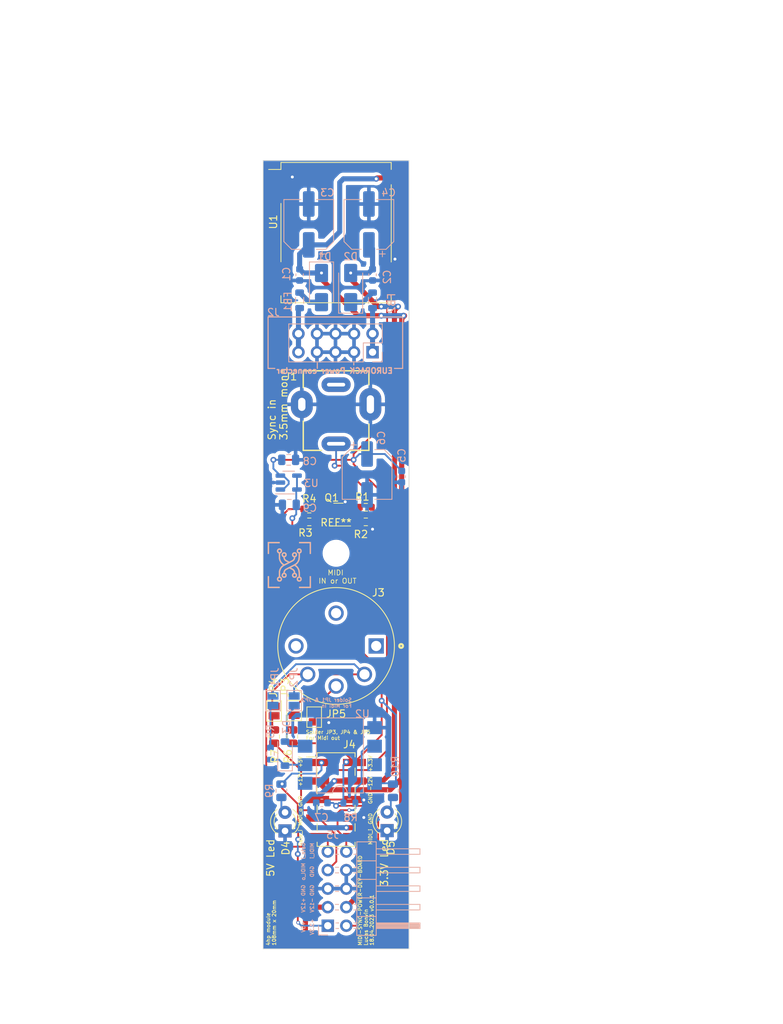
<source format=kicad_pcb>
(kicad_pcb (version 20221018) (generator pcbnew)
  (layers (0 "F.Cu" signal) (31 "B.Cu" signal) (34 "B.Paste" user) (35 "F.Paste" user) (36 "B.SilkS" user "B.Silkscreen") (37 "F.SilkS" user "F.Silkscreen") (38 "B.Mask" user) (39 "F.Mask" user) (44 "Edge.Cuts" user))
  (net 0 "")
  (net 1 "+12V")
  (net 2 "GND")
  (net 3 "+3V3")
  (net 4 "-12V")
  (net 5 "+5V")
  (net 6 "Net-(D1-A)")
  (net 7 "Net-(D2-K)")
  (net 8 "Net-(D3-K)")
  (net 9 "Net-(D3-A)")
  (net 10 "/+12V_euro")
  (net 11 "/-12V_euro")
  (net 12 "Net-(Q1-B)")
  (net 13 "Net-(Q1-C)")
  (net 14 "Net-(JP3-B)")
  (net 15 "Net-(JP1-B)")
  (net 22 "DIN5-2")
  (net 24 "DIN5-4")
  (net 25 "DIN5-5")
  (net 26 "midi_out")
  (net 27 "gate_in")
  (net 28 "midi_in")
  (net 29 "Net-(J1-PadT)")
  (net 31 "Net-(JP4-B)")
  (net 32 "Net-(D4-A)")
  (net 33 "Net-(D5-A)")
  (footprint "SD-50BV:CUI_SD-50BV" (layer "F.Cu") (at 185 102.5 90)
    (fp_text reference "J3")
    (fp_text value "DIN-5_180degree")
  )
  (footprint "Jumper:SolderJumper-2_P1.3mm_Open_Pad1.0x1.5mm" (layer "F.Cu") (at 179.25 111.35 -90)
    (fp_text reference "JP3")
    (fp_text value "SolderJumper_2_Open")
  )
  (footprint "Resistor_SMD:R_0603_1608Metric" (layer "F.Cu") (at 189.075 85.5)
    (fp_text reference "R2")
    (fp_text value "1M")
  )
  (footprint "Resistor_SMD:R_0603_1608Metric" (layer "F.Cu") (at 189.075 83.5)
    (fp_text reference "R1")
    (fp_text value "100k")
  )
  (footprint "Resistor_SMD:R_0805_2012Metric" (layer "F.Cu") (at 176.5 114.9125 -90)
    (fp_text reference "R7")
    (fp_text value "R")
  )
  (footprint "Resistor_SMD:R_0603_1608Metric" (layer "F.Cu") (at 181.325 83.75)
    (fp_text reference "R4")
    (fp_text value "1k")
  )
  (footprint "Connector_PinHeader_2.54mm:PinHeader_2x05_P2.54mm_Vertical_SMD" (layer "F.Cu") (at 185 123.54)
    (fp_text reference "J4")
    (fp_text value "Conn_02x05_Odd_Even")
  )
  (footprint "Jumper:SolderJumper-2_P1.3mm_Open_Pad1.0x1.5mm" (layer "F.Cu") (at 176.5 111.4125 -90)
    (fp_text reference "JP4")
    (fp_text value "SolderJumper_2_Open")
  )
  (footprint "Package_TO_SOT_SMD:SOT-23" (layer "F.Cu") (at 185.325 84.5 180)
    (fp_text reference "Q1")
    (fp_text value "MMBT3904")
  )
  (footprint "LED_THT:LED_D3.0mm" (layer "F.Cu") (at 178 127.8375 90)
    (fp_text reference "D4")
    (fp_text value "LED")
  )
  (footprint "Jumper:SolderJumper-2_P1.3mm_Open_Pad1.0x1.5mm" (layer "F.Cu") (at 182 112.25 -90)
    (fp_text reference "JP5")
    (fp_text value "SolderJumper_2_Open")
  )
  (footprint "LED_THT:LED_D3.0mm" (layer "F.Cu") (at 192 127.8 90)
    (fp_text reference "D5")
    (fp_text value "LED")
  )
  (footprint "Converter_DCDC:Converter_DCDC_XP_POWER-ISU02_SMD" (layer "F.Cu") (at 185 45.87)
    (fp_text reference "U1")
    (fp_text value "ISU0205S05")
  )
  (footprint "AudioJacks:Jack_3.5mm_QingPu_WQP-PJ301BM_Vertical" (layer "F.Cu") (at 185 70 180)
    (fp_text reference "J1")
    (fp_text value "AudioJack2_SwitchT")
  )
  (footprint "Resistor_SMD:R_0603_1608Metric" (layer "F.Cu") (at 181.325 85.5 180)
    (fp_text reference "R3")
    (fp_text value "10k")
  )
  (footprint "Resistor_SMD:R_0805_2012Metric" (layer "F.Cu") (at 179 114.9125 90)
    (fp_text reference "R6")
    (fp_text value "R")
  )
  (footprint "MountingHole:MountingHole_3.2mm_M3" (layer "F.Cu") (at 185 89.8)
    (fp_text reference "REF**")
    (fp_text value "MountingHole_3.2mm_M3")
  )
  (footprint "Inductor_SMD:L_0805_2012Metric" (layer "B.Cu") (at 190 55.15 90)
    (fp_text reference "FB2")
    (fp_text value "FerriteBead")
  )
  (footprint "Resistor_SMD:R_0805_2012Metric" (layer "B.Cu") (at 177.5 122.3375 -90)
    (fp_text reference "R9")
    (fp_text value "R")
  )
  (footprint "Diode_SMD:D_SOD-123" (layer "B.Cu") (at 178 117.25 90)
    (fp_text reference "D3")
    (fp_text value "1N4148")
  )
  (footprint "Jumper:SolderJumper-2_P1.3mm_Open_Pad1.0x1.5mm" (layer "B.Cu") (at 176.35 110 -90)
    (fp_text reference "JP1")
    (fp_text value "SolderJumper_2_Open")
  )
  (footprint "Resistor_SMD:R_0603_1608Metric" (layer "B.Cu") (at 176 117.25 90)
    (fp_text reference "R5")
    (fp_text value "220")
  )
  (footprint "Package_TO_SOT_SMD:TSOT-23-5" (layer "B.Cu") (at 178.5 80.1125)
    (fp_text reference "U3")
    (fp_text value "ADP7142AUJZ-3.3")
  )
  (footprint "Diode_SMD:D_SMA" (layer "B.Cu") (at 183 53.4 -90)
    (fp_text reference "D1")
    (fp_text value "US1B")
  )
  (footprint "Resistor_SMD:R_0603_1608Metric" (layer "B.Cu") (at 186.825 124 180)
    (fp_text reference "R8")
    (fp_text value "10k")
  )
  (footprint "Capacitor_SMD:C_0603_1608Metric" (layer "B.Cu") (at 183.05 124 180)
    (fp_text reference "C7")
    (fp_text value "100n")
  )
  (footprint "Capacitor_SMD:CP_Elec_6.3x5.9" (layer "B.Cu") (at 189.5 44.75 90)
    (fp_text reference "C4")
    (fp_text value "10uF")
  )
  (footprint "Capacitor_SMD:C_0805_2012Metric" (layer "B.Cu") (at 178.5875 83.1625 180)
    (fp_text reference "C9")
    (fp_text value "2.2u")
  )
  (footprint "Capacitor_SMD:C_0805_2012Metric" (layer "B.Cu") (at 178.5 77)
    (fp_text reference "C8")
    (fp_text value "2.2u")
  )
  (footprint "Connector_PinHeader_2.54mm:PinHeader_2x05_P2.54mm_Vertical" (layer "B.Cu") (at 190 62.25 90)
    (fp_text reference "J2")
    (fp_text value "Conn_01x10_Male")
  )
  (footprint "Jumper:SolderJumper-2_P1.3mm_Open_Pad1.0x1.5mm" (layer "B.Cu") (at 179.25 110 -90)
    (fp_text reference "JP2")
    (fp_text value "SolderJumper_2_Open")
  )
  (footprint "Capacitor_SMD:C_0603_1608Metric" (layer "B.Cu") (at 180 51.65 -90)
    (fp_text reference "C1")
    (fp_text value "100n")
  )
  (footprint "Connector_PinHeader_2.54mm:PinHeader_2x05_P2.54mm_Horizontal" (layer "B.Cu") (at 183.86 140.825)
    (fp_text reference "J5")
    (fp_text value "Conn_02x05_Odd_Even")
  )
  (footprint "Capacitor_SMD:CP_Elec_6.3x5.9" (layer "B.Cu") (at 189.25 79 -90)
    (fp_text reference "C6")
    (fp_text value "10uF")
  )
  (footprint "Capacitor_SMD:C_0603_1608Metric" (layer "B.Cu") (at 190 51.65 -90)
    (fp_text reference "C2")
    (fp_text value "100n")
  )
  (footprint "Inductor_SMD:L_0805_2012Metric" (layer "B.Cu") (at 180 55.15 90)
    (fp_text reference "FB1")
    (fp_text value "FerriteBead")
  )
  (footprint "Capacitor_SMD:C_0603_1608Metric" (layer "B.Cu") (at 194 79.3 -90)
    (fp_text reference "C5")
    (fp_text value "100n")
  )
  (footprint "Capacitor_SMD:CP_Elec_6.3x5.9" (layer "B.Cu") (at 181.25 44.75 90)
    (fp_text reference "C3")
    (fp_text value "10uF")
  )
  (footprint "Diode_SMD:D_SMA" (layer "B.Cu") (at 187 53.4 90)
    (fp_text reference "D2")
    (fp_text value "US1B")
  )
  (footprint "Package_DIP:SMDIP-8_W9.53mm" (layer "B.Cu") (at 185.515 117.5)
    (fp_text reference "U2")
    (fp_text value "6N137")
  )
  (footprint "Resistor_SMD:R_0805_2012Metric" (layer "B.Cu") (at 192.8 122.3375 -90)
    (fp_text reference "R10")
    (fp_text value "R")
  )
  (gr_line (start 175.675 64.475) (end 175.675 57.425) (stroke (width 0.15)) (layer "B.SilkS"))
  (gr_line (start 194.125 57.425) (end 194.125 64.475) (stroke (width 0.15)) (layer "B.SilkS"))
  (gr_poly (pts (xy 177.251549 88.423121) (xy 175.800092 88.423121) (xy 175.800092 89.874579) (xy 175.640784 89.874579) (xy 175.640784 88.263816) (xy 177.251549 88.263816)) (stroke (width 0.01475)) (fill solid) (layer "B.SilkS"))
  (gr_poly (pts (xy 181.541016 94.559305) (xy 179.930252 94.559305) (xy 179.930252 94.4) (xy 181.381708 94.4) (xy 181.381708 92.948538) (xy 181.541016 92.948538)) (stroke (width 0.01475)) (fill solid) (layer "B.SilkS"))
  (gr_line (start 187.425 64) (end 187.425 63.725) (stroke (width 0.15)) (layer "B.SilkS"))
  (gr_line (start 182.425 63.725) (end 182.425 64.475) (stroke (width 0.15)) (layer "B.SilkS"))
  (gr_poly (pts (xy 177.256785 89.143595) (xy 177.281786 89.145688) (xy 177.306184 89.149612) (xy 177.32992 89.155289) (xy 177.352935 89.162645) (xy 177.37517 89.171605) (xy 177.396567 89.182092) (xy 177.417066 89.194033) (xy 177.436609 89.20735) (xy 177.455137 89.221969) (xy 177.472591 89.237815) (xy 177.488911 89.254812) (xy 177.50404 89.272884) (xy 177.517918 89.291957) (xy 177.530486 89.311954) (xy 177.541686 89.332801) (xy 177.551459 89.354422) (xy 177.559745 89.376742) (xy 177.566487 89.399685) (xy 177.571624 89.423176) (xy 177.575099 89.447139) (xy 177.576852 89.471499) (xy 177.576824 89.496182) (xy 177.574957 89.52111) (xy 177.571192 89.54621) (xy 177.56547 89.571404) (xy 177.557731 89.596619) (xy 177.547918 89.621779) (xy 177.535971 89.646808) (xy 177.528488 89.660119) (xy 177.520073 89.673258) (xy 177.510797 89.686167) (xy 177.500728 89.698789) (xy 177.489936 89.711066) (xy 177.47849 89.722941) (xy 177.466459 89.734356) (xy 177.453913 89.745253) (xy 177.440921 89.755575) (xy 177.427553 89.765264) (xy 177.413877 89.774263) (xy 177.399963 89.782513) (xy 177.38588 89.789958) (xy 177.371698 89.79654) (xy 177.357486 89.8022) (xy 177.343314 89.806882) (xy 177.319403 89.813923) (xy 177.317664 90.078785) (xy 177.317349 90.206499) (xy 177.318447 90.312568) (xy 177.31963 90.358636) (xy 177.321289 90.400673) (xy 177.323465 90.43914) (xy 177.326201 90.474496) (xy 177.329536 90.507203) (xy 177.333512 90.53772) (xy 177.33817 90.566507) (xy 177.343551 90.594025) (xy 177.349697 90.620735) (xy 177.356647 90.647095) (xy 177.364443 90.673567) (xy 177.373126 90.700611) (xy 177.389574 90.746616) (xy 177.407963 90.791638) (xy 177.428253 90.835628) (xy 177.4504 90.878531) (xy 177.474364 90.920297) (xy 177.500104 90.960874) (xy 177.527576 91.00021) (xy 177.556741 91.038252) (xy 177.587557 91.07495) (xy 177.619981 91.110251) (xy 177.653973 91.144104) (xy 177.68949 91.176456) (xy 177.726492 91.207256) (xy 177.764936 91.236451) (xy 177.804781 91.263991) (xy 177.845986 91.289823) (xy 177.896727 91.32006) (xy 178.02255 91.255201) (xy 178.275183 91.12497) (xy 178.324637 91.099227) (xy 178.346434 91.0877) (xy 178.365567 91.077453) (xy 178.381506 91.068771) (xy 178.393717 91.061943) (xy 178.401668 91.057254) (xy 178.40388 91.055802) (xy 178.404826 91.054993) (xy 178.404298 91.054101) (xy 178.40218 91.052405) (xy 178.39349 91.046781) (xy 178.379392 91.038473) (xy 178.360522 91.027834) (xy 178.311 91.000975) (xy 178.250005 90.969025) (xy 178.188501 90.93709) (xy 178.16243 90.923339) (xy 178.139118 90.910836) (xy 178.11829 90.899408) (xy 178.099676 90.888884) (xy 178.083001 90.879092) (xy 178.067994 90.869858) (xy 178.054382 90.861012) (xy 178.041892 90.85238) (xy 178.030252 90.843791) (xy 178.01919 90.835072) (xy 178.008432 90.826051) (xy 177.997706 90.816556) (xy 177.98674 90.806416) (xy 177.975261 90.795456) (xy 177.955256 90.775241) (xy 177.936393 90.754345) (xy 177.918679 90.732783) (xy 177.902122 90.710571) (xy 177.886728 90.687725) (xy 177.872505 90.66426) (xy 177.859459 90.640192) (xy 177.847598 90.615537) (xy 177.836929 90.59031) (xy 177.827459 90.564527) (xy 177.819194 90.538204) (xy 177.812142 90.511357) (xy 177.80631 90.484) (xy 177.801705 90.45615) (xy 177.798334 90.427823) (xy 177.796204 90.399033) (xy 177.79265 90.330503) (xy 177.761939 90.320823) (xy 177.743648 90.31417) (xy 177.725595 90.30587) (xy 177.707871 90.296028) (xy 177.690568 90.28475) (xy 177.673778 90.272142) (xy 177.657592 90.258309) (xy 177.642101 90.243358) (xy 177.627399 90.227392) (xy 177.613576 90.210519) (xy 177.600724 90.192844) (xy 177.588936 90.174472) (xy 177.578301 90.155508) (xy 177.568914 90.13606) (xy 177.560864 90.116232) (xy 177.554245 90.096129) (xy 177.549147 90.075858) (xy 177.543913 90.045045) (xy 177.541343 90.014957) (xy 177.54134 90.011705) (xy 177.7028 90.011705) (xy 177.704172 90.026794) (xy 177.70692 90.041473) (xy 177.710971 90.055692) (xy 177.716251 90.069399) (xy 177.722684 90.082545) (xy 177.730197 90.095079) (xy 177.738716 90.10695) (xy 177.748165 90.118107) (xy 177.758471 90.128501) (xy 177.76956 90.138079) (xy 177.781356 90.146792) (xy 177.793786 90.154588) (xy 177.806776 90.161418) (xy 177.82025 90.16723) (xy 177.834136 90.171974) (xy 177.848357 90.1756) (xy 177.862841 90.178056) (xy 177.877513 90.179291) (xy 177.892298 90.179257) (xy 177.907122 90.1779) (xy 177.92191 90.175172) (xy 177.93659 90.171021) (xy 177.951085 90.165397) (xy 177.965322 90.158249) (xy 177.979227 90.149527) (xy 177.992725 90.139179) (xy 178.005742 90.127155) (xy 178.013834 90.118412) (xy 178.021199 90.10929) (xy 178.027845 90.099825) (xy 178.033781 90.090053) (xy 178.039013 90.08001) (xy 178.04355 90.069731) (xy 178.047399 90.059252) (xy 178.050567 90.04861) (xy 178.053064 90.037839) (xy 178.054896 90.026976) (xy 178.056072 90.016057) (xy 178.056598 90.005116) (xy 178.056484 89.994191) (xy 178.055736 89.983316) (xy 178.054362 89.972527) (xy 178.052371 89.961861) (xy 178.049769 89.951353) (xy 178.046565 89.941039) (xy 178.042766 89.930954) (xy 178.03838 89.921135) (xy 178.033415 89.911617) (xy 178.027879 89.902435) (xy 178.02178 89.893627) (xy 178.015124 89.885227) (xy 178.007921 89.877271) (xy 178.000177 89.869795) (xy 177.9919 89.862835) (xy 177.983099 89.856427) (xy 177.973781 89.850606) (xy 177.963953 89.845408) (xy 177.953624 89.840869) (xy 177.942801 89.837024) (xy 177.942801 89.837028) (xy 177.933765 89.834368) (xy 177.924797 89.832098) (xy 177.915903 89.830216) (xy 177.90709 89.828718) (xy 177.898364 89.827603) (xy 177.889731 89.826867) (xy 177.881199 89.826507) (xy 177.872772 89.826521) (xy 177.864458 89.826906) (xy 177.856264 89.827659) (xy 177.848196 89.828779) (xy 177.840259 89.83026) (xy 177.832461 89.832102) (xy 177.824808 89.834302) (xy 177.817307 89.836856) (xy 177.809963 89.839762) (xy 177.802784 89.843017) (xy 177.795775 89.846619) (xy 177.788944 89.850564) (xy 177.782297 89.85485) (xy 177.775839 89.859475) (xy 177.769578 89.864435) (xy 177.763521 89.869728) (xy 177.757672 89.875351) (xy 177.75204 89.881301) (xy 177.746629 89.887576) (xy 177.741448 89.894173) (xy 177.736502 89.901089) (xy 177.731797 89.908321) (xy 177.72734 89.915867) (xy 177.723138 89.923723) (xy 177.719197 89.931888) (xy 177.712569 89.948266) (xy 177.70769 89.964487) (xy 177.704485 89.980501) (xy 177.70288 89.996257) (xy 177.7028 90.011705) (xy 177.54134 90.011705) (xy 177.541319 89.985659) (xy 177.543724 89.957213) (xy 177.548442 89.929683) (xy 177.555355 89.903133) (xy 177.564346 89.877626) (xy 177.575299 89.853226) (xy 177.588096 89.829996) (xy 177.602621 89.807999) (xy 177.618755 89.7873) (xy 177.636383 89.767961) (xy 177.655387 89.750047) (xy 177.675651 89.733621) (xy 177.697056 89.718745) (xy 177.719487 89.705485) (xy 177.742826 89.693903) (xy 177.766956 89.684062) (xy 177.791761 89.676027) (xy 177.817122 89.669861) (xy 177.842924 89.665627) (xy 177.869049 89.663389) (xy 177.89538 89.66321) (xy 177.9218 89.665154) (xy 177.948192 89.669285) (xy 177.974439 89.675665) (xy 178.000424 89.684359) (xy 178.02603 89.69543) (xy 178.05114 89.708941) (xy 178.075638 89.724956) (xy 178.099405 89.743539) (xy 178.122325 89.764753) (xy 178.138387 89.782015) (xy 178.152949 89.799985) (xy 178.16603 89.818593) (xy 178.177645 89.837772) (xy 178.187814 89.857453) (xy 178.196553 89.877568) (xy 178.203879 89.898048) (xy 178.20981 89.918826) (xy 178.214364 89.939833) (xy 178.217557 89.961001) (xy 178.219406 89.982262) (xy 178.219931 90.003547) (xy 178.219147 90.024788) (xy 178.217072 90.045917) (xy 178.213723 90.066866) (xy 178.209118 90.087566) (xy 178.203274 90.107949) (xy 178.196209 90.127946) (xy 178.187939 90.147491) (xy 178.178483 90.166513) (xy 178.167858 90.184946) (xy 178.15608 90.20272) (xy 178.143167 90.219768) (xy 178.129138 90.236021) (xy 178.114008 90.251411) (xy 178.097795 90.26587) (xy 178.080518 90.279329) (xy 178.062192 90.29172) (xy 178.042836 90.302976) (xy 178.022467 90.313027) (xy 178.001102 90.321805) (xy 177.978758 90.329242) (xy 177.973507 90.330942) (xy 177.968897 90.332814) (xy 177.96491 90.334968) (xy 177.961531 90.337509) (xy 177.960065 90.338958) (xy 177.958745 90.340545) (xy 177.957568 90.342282) (xy 177.956534 90.344183) (xy 177.954883 90.348531) (xy 177.953775 90.353696) (xy 177.953196 90.359785) (xy 177.953128 90.366905) (xy 177.953555 90.375163) (xy 177.954461 90.384668) (xy 177.955831 90.395526) (xy 177.957648 90.407844) (xy 177.96256 90.43729) (xy 177.969082 90.471095) (xy 177.976583 90.502225) (xy 177.985418 90.53103) (xy 177.995941 90.557861) (xy 178.008507 90.583071) (xy 178.023469 90.607009) (xy 178.041184 90.630028) (xy 178.062005 90.652479) (xy 178.086287 90.674712) (xy 178.114384 90.69708) (xy 178.146652 90.719933) (xy 178.183444 90.743623) (xy 178.225115 90.7685) (xy 178.272021 90.794917) (xy 178.324515 90.823224) (xy 178.382951 90.853772) (xy 178.590964 90.961246) (xy 178.798909 90.853803) (xy 178.871235 90.816209) (xy 178.929969 90.785073) (xy 178.954826 90.771572) (xy 178.97699 90.759259) (xy 178.996696 90.747992) (xy 179.014178 90.737628) (xy 179.029671 90.728025) (xy 179.04341 90.719042) (xy 179.055631 90.710535) (xy 179.066567 90.702362) (xy 179.076454 90.694382) (xy 179.085526 90.686452) (xy 179.094019 90.67843) (xy 179.102167 90.670173) (xy 179.111583 90.659897) (xy 179.120762 90.649037) (xy 179.129685 90.637649) (xy 179.138336 90.625788) (xy 179.154757 90.600874) (xy 179.169893 90.574743) (xy 179.183611 90.547842) (xy 179.195779 90.52062) (xy 179.206264 90.493524) (xy 179.214933 90.467003) (xy 179.221655 90.441503) (xy 179.226297 90.417473) (xy 179.227796 90.406149) (xy 179.228726 90.395361) (xy 179.229069 90.385164) (xy 179.22881 90.375615) (xy 179.227931 90.366768) (xy 179.226416 90.358682) (xy 179.224249 90.35141) (xy 179.221413 90.34501) (xy 179.217891 90.339537) (xy 179.213667 90.335048) (xy 179.208724 90.331597) (xy 179.203046 90.329242) (xy 179.180713 90.321809) (xy 179.159357 90.313033) (xy 179.138997 90.302984) (xy 179.119649 90.29173) (xy 179.101331 90.279339) (xy 179.08406 90.265879) (xy 179.067853 90.25142) (xy 179.052728 90.236028) (xy 179.038703 90.219773) (xy 179.025794 90.202723) (xy 179.014019 90.184946) (xy 179.003396 90.16651) (xy 178.993941 90.147484) (xy 178.985672 90.127937) (xy 178.978607 90.107936) (xy 178.972763 90.08755) (xy 178.968157 90.066847) (xy 178.964807 90.045895) (xy 178.96273 90.024764) (xy 178.962074 90.007059) (xy 179.122878 90.007059) (xy 179.123845 90.021422) (xy 179.126073 90.035869) (xy 179.129608 90.05034) (xy 179.134497 90.06478) (xy 179.140785 90.07913) (xy 179.14852 90.093335) (xy 179.157747 90.107337) (xy 179.164423 90.116049) (xy 179.171503 90.124201) (xy 179.17896 90.131794) (xy 179.186767 90.138828) (xy 179.194898 90.145302) (xy 179.203328 90.151217) (xy 179.212029 90.156571) (xy 179.220976 90.161367) (xy 179.230142 90.165602) (xy 179.239501 90.169278) (xy 179.249027 90.172393) (xy 179.258693 90.174949) (xy 179.268474 90.176944) (xy 179.278342 90.178379) (xy 179.288272 90.179254) (xy 179.298237 90.179569) (xy 179.308212 90.179323) (xy 179.318169 90.178517) (xy 179.328083 90.17715) (xy 179.337927 90.175223) (xy 179.347675 90.172735) (xy 179.357301 90.169686) (xy 179.366779 90.166076) (xy 179.376082 90.161905) (xy 179.385184 90.157174) (xy 179.394058 90.151881) (xy 179.402679 90.146027) (xy 179.41102 90.139612) (xy 179.419055 90.132636) (xy 179.426758 90.125098) (xy 179.434102 90.116999) (xy 179.441061 90.108338) (xy 179.447191 90.099726) (xy 179.452733 90.090912) (xy 179.457691 90.081916) (xy 179.462071 90.072762) (xy 179.46588 90.063472) (xy 179.469123 90.054067) (xy 179.471805 90.04457) (xy 179.473932 90.035003) (xy 179.475509 90.025387) (xy 179.476543 90.015745) (xy 179.477039 90.0061) (xy 179.477002 89.996473) (xy 179.476439 89.986885) (xy 179.475354 89.977361) (xy 179.473754 89.96792) (xy 179.471643 89.958587) (xy 179.469029 89.949381) (xy 179.465916 89.940327) (xy 179.462309 89.931445) (xy 179.458215 89.922759) (xy 179.45364 89.914289) (xy 179.448588 89.906059) (xy 179.443066 89.898089) (xy 179.437079 89.890403) (xy 179.430632 89.883023) (xy 179.423732 89.87597) (xy 179.416384 89.869266) (xy 179.408594 89.862935) (xy 179.400366 89.856997) (xy 179.391708 89.851475) (xy 179.382624 89.846391) (xy 179.37312 89.841767) (xy 179.37312 89.841724) (xy 179.357606 89.835474) (xy 179.342196 89.830734) (xy 179.326936 89.827446) (xy 179.311873 89.825554) (xy 179.297052 89.825) (xy 179.28252 89.825727) (xy 179.268324 89.827679) (xy 179.254509 89.830797) (xy 179.241122 89.835026) (xy 179.228208 89.840308) (xy 179.215816 89.846585) (xy 179.20399 89.853801) (xy 179.192777 89.861899) (xy 179.182223 89.870821) (xy 179.172375 89.880511) (xy 179.163278 89.890911) (xy 179.15498 89.901964) (xy 179.147526 89.913614) (xy 179.140963 89.925802) (xy 179.135336 89.938473) (xy 179.130693 89.951569) (xy 179.127079 89.965032) (xy 179.124541 89.978806) (xy 179.123125 89.992834) (xy 179.122878 90.007059) (xy 178.962074 90.007059) (xy 178.961943 90.00352) (xy 178.962464 89.982233) (xy 178.96431 89.960971) (xy 178.967499 89.939803) (xy 178.972047 89.918795) (xy 178.977973 89.898018) (xy 178.985294 89.877539) (xy 178.994027 89.857426) (xy 179.004189 89.837748) (xy 179.015797 89.818574) (xy 179.028871 89.799971) (xy 179.043425 89.782008) (xy 179.059479 89.764753) (xy 179.082395 89.743543) (xy 179.106159 89.724964) (xy 179.130653 89.708953) (xy 179.15576 89.695445) (xy 179.181364 89.684377) (xy 179.207347 89.675686) (xy 179.233593 89.669309) (xy 179.259984 89.665181) (xy 179.286402 89.663239) (xy 179.312733 89.66342) (xy 179.338857 89.66566) (xy 179.364658 89.669896) (xy 179.39002 89.676064) (xy 179.414824 89.6841) (xy 179.438955 89.693941) (xy 179.462294 89.705524) (xy 179.484726 89.718785) (xy 179.506132 89.73366) (xy 179.526397 89.750086) (xy 179.545402 89.768) (xy 179.563031 89.787337) (xy 179.579167 89.808035) (xy 179.593693 89.830029) (xy 179.606491 89.853257) (xy 179.617446 89.877655) (xy 179.626439 89.903159) (xy 179.633353 89.929706) (xy 179.638072 89.957232) (xy 179.640479 89.985674) (xy 179.640457 90.014968) (xy 179.637888 90.04505) (xy 179.632655 90.075858) (xy 179.630295 90.086045) (xy 179.627543 90.096199) (xy 179.620912 90.116354) (xy 179.612852 90.136219) (xy 179.603453 90.155691) (xy 179.592805 90.174667) (xy 179.580999 90.193043) (xy 179.568124 90.210716) (xy 179.55427 90.227583) (xy 179.539527 90.24354) (xy 179.523986 90.258484) (xy 179.507736 90.272312) (xy 179.490868 90.284919) (xy 179.473471 90.296204) (xy 179.455635 90.306062) (xy 179.446581 90.310424) (xy 179.437452 90.31439) (xy 179.428257 90.317948) (xy 179.419009 90.321085) (xy 179.387427 90.331046) (xy 179.387427 90.373188) (xy 179.386728 90.400782) (xy 179.384648 90.428328) (xy 179.381209 90.455774) (xy 179.376431 90.483063) (xy 179.370339 90.510141) (xy 179.362953 90.536955) (xy 179.354296 90.563448) (xy 179.34439 90.589566) (xy 179.333258 90.615255) (xy 179.320921 90.640461) (xy 179.307401 90.665128) (xy 179.292721 90.689202) (xy 179.276903 90.712629) (xy 179.259969 90.735353) (xy 179.241941 90.75732) (xy 179.222841 90.778476) (xy 179.19816 90.803525) (xy 179.172844 90.826134) (xy 179.158824 90.837212) (xy 179.143296 90.848507) (xy 179.105922 90.872852) (xy 179.057126 90.901373) (xy 178.993313 90.936277) (xy 178.910888 90.97977) (xy 178.806255 91.034058) (xy 178.213958 91.340182) (xy 178.037556 91.431768) (xy 177.972795 91.465645) (xy 177.921184 91.492894) (xy 177.880868 91.5145) (xy 177.84999 91.531451) (xy 177.826693 91.544733) (xy 177.809122 91.555333) (xy 177.79542 91.564237) (xy 177.78373 91.572432) (xy 177.758963 91.590641) (xy 177.726236 91.615476) (xy 177.694488 91.641635) (xy 177.663759 91.66906) (xy 177.634089 91.697698) (xy 177.605518 91.727493) (xy 177.578088 91.75839) (xy 177.551837 91.790334) (xy 177.526807 91.82327) (xy 177.503038 91.857141) (xy 177.48057 91.891895) (xy 177.459444 91.927474) (xy 177.439699 91.963825) (xy 177.421377 92.000892) (xy 177.404517 92.038619) (xy 177.389159 92.076952) (xy 177.375345 92.115836) (xy 177.358264 92.170523) (xy 177.344764 92.223223) (xy 177.339232 92.250147) (xy 177.334445 92.278159) (xy 177.326902 92.339556) (xy 177.321735 92.411639) (xy 177.318541 92.498633) (xy 177.316917 92.604763) (xy 177.316461 92.734253) (xy 177.316446 93.006681) (xy 177.338571 93.013761) (xy 177.371816 93.026046) (xy 177.402422 93.040675) (xy 177.430418 93.057469) (xy 177.455832 93.076248) (xy 177.478692 93.096834) (xy 177.499026 93.119046) (xy 177.516864 93.142707) (xy 177.532232 93.167635) (xy 177.54516 93.193652) (xy 177.555674 93.220579) (xy 177.563805 93.248237) (xy 177.569579 93.276445) (xy 177.573025 93.305026) (xy 177.574171 93.333798) (xy 177.573046 93.362584) (xy 177.569678 93.391204) (xy 177.564094 93.419479) (xy 177.556323 93.447229) (xy 177.546394 93.474274) (xy 177.534334 93.500437) (xy 177.520172 93.525536) (xy 177.503936 93.549394) (xy 177.485654 93.571831) (xy 177.465355 93.592667) (xy 177.443066 93.611724) (xy 177.418815 93.628821) (xy 177.392632 93.64378) (xy 177.364545 93.656421) (xy 177.33458 93.666565) (xy 177.302767 93.674032) (xy 177.269135 93.678645) (xy 177.23371 93.680222) (xy 177.199718 93.678678) (xy 177.1674 93.674161) (xy 177.136785 93.666845) (xy 177.107903 93.656906) (xy 177.080783 93.644515) (xy 177.055454 93.629849) (xy 177.031947 93.613081) (xy 177.01029 93.594384) (xy 176.990512 93.573933) (xy 176.972644 93.551902) (xy 176.956715 93.528466) (xy 176.942753 93.503797) (xy 176.930789 93.478071) (xy 176.920852 93.451461) (xy 176.912971 93.424141) (xy 176.907176 93.396286) (xy 176.903496 93.36807) (xy 176.902058 93.341462) (xy 177.060819 93.341462) (xy 177.061334 93.355708) (xy 177.063076 93.369969) (xy 177.066087 93.384178) (xy 177.070407 93.398269) (xy 177.076078 93.412175) (xy 177.08314 93.42583) (xy 177.091634 93.439167) (xy 177.101602 93.45212) (xy 177.113083 93.464621) (xy 177.125542 93.476073) (xy 177.138441 93.486025) (xy 177.151717 93.494518) (xy 177.165303 93.501591) (xy 177.179136 93.507284) (xy 177.193148 93.511636) (xy 177.207276 93.514688) (xy 177.221454 93.51648) (xy 177.235617 93.517051) (xy 177.2497 93.516441) (xy 177.263638 93.514689) (xy 177.277365 93.511837) (xy 177.290816 93.507923) (xy 177.303926 93.502987) (xy 177.316631 93.497069) (xy 177.328864 93.490209) (xy 177.340561 93.482447) (xy 177.351657 93.473823) (xy 177.362085 93.464376) (xy 177.371782 93.454146) (xy 177.380682 93.443173) (xy 177.38872 93.431498) (xy 177.395831 93.419158) (xy 177.401949 93.406195) (xy 177.407009 93.392649) (xy 177.410946 93.378558) (xy 177.413696 93.363964) (xy 177.415192 93.348905) (xy 177.41537 93.333422) (xy 177.414165 93.317554) (xy 177.411511 93.301342) (xy 177.407343 93.284824) (xy 177.405996 93.280667) (xy 177.404412 93.276453) (xy 177.400566 93.267891) (xy 177.395882 93.259216) (xy 177.390436 93.250503) (xy 177.384306 93.24183) (xy 177.377568 93.233273) (xy 177.370298 93.22491) (xy 177.362575 93.216817) (xy 177.354473 93.20907) (xy 177.346072 93.201747) (xy 177.337446 93.194925) (xy 177.328673 93.18868) (xy 177.319829 93.183089) (xy 177.310992 93.178229) (xy 177.302239 93.174177) (xy 177.293645 93.171009) (xy 177.293645 93.171012) (xy 177.277223 93.166543) (xy 177.261087 93.163621) (xy 177.245278 93.162178) (xy 177.229837 93.162147) (xy 177.214805 93.163463) (xy 177.200223 93.166059) (xy 177.186131 93.169867) (xy 177.172572 93.174822) (xy 177.159585 93.180857) (xy 177.147211 93.187905) (xy 177.135493 93.1959) (xy 177.124469 93.204776) (xy 177.114182 93.214464) (xy 177.104672 93.224901) (xy 177.095981 93.236017) (xy 177.088149 93.247748) (xy 177.081217 93.260026) (xy 177.075226 93.272784) (xy 177.070217 93.285958) (xy 177.06623 93.299478) (xy 177.063308 93.31328) (xy 177.061491 93.327297) (xy 177.060819 93.341462) (xy 176.902058 93.341462) (xy 176.901961 93.339666) (xy 176.902599 93.311248) (xy 176.905441 93.282991) (xy 176.910515 93.25507) (xy 176.917852 93.227656) (xy 176.92748 93.200926) (xy 176.939429 93.175053) (xy 176.953728 93.150211) (xy 176.970408 93.126574) (xy 176.989496 93.104317) (xy 177.011024 93.083612) (xy 177.035019 93.064635) (xy 177.061512 93.04756) (xy 177.090531 93.03256) (xy 177.122107 93.019809) (xy 177.15419 93.008509) (xy 177.157524 92.664362) (xy 177.15884 92.542421) (xy 177.160394 92.446963) (xy 177.161376 92.407578) (xy 177.162557 92.372909) (xy 177.163984 92.34232) (xy 177.165703 92.315177) (xy 177.167761 92.290844) (xy 177.170204 92.268687) (xy 177.173079 92.24807) (xy 177.176433 92.228358) (xy 177.180312 92.208917) (xy 177.184763 92.189111) (xy 177.195566 92.145865) (xy 177.210375 92.093723) (xy 177.227588 92.042207) (xy 177.247131 91.991423) (xy 177.268931 91.941478) (xy 177.292912 91.89248) (xy 177.319002 91.844533) (xy 177.347126 91.797746) (xy 177.377211 91.752225) (xy 177.409182 91.708076) (xy 177.442967 91.665407) (xy 177.47849 91.624324) (xy 177.515679 91.584934) (xy 177.554459 91.547343) (xy 177.594756 91.511659) (xy 177.636496 91.477988) (xy 177.679607 91.446436) (xy 177.696847 91.434434) (xy 177.703624 91.429545) (xy 177.709175 91.425244) (xy 177.711492 91.423278) (xy 177.713503 91.421417) (xy 177.71521 91.419647) (xy 177.716611 91.417951) (xy 177.717708 91.416318) (xy 177.718501 91.414731) (xy 177.71899 91.413178) (xy 177.719176 91.411643) (xy 177.719058 91.410113) (xy 177.718638 91.408573) (xy 177.717915 91.407008) (xy 177.716889 91.405406) (xy 177.715562 91.40375) (xy 177.713933 91.402028) (xy 177.712003 91.400224) (xy 177.709772 91.398325) (xy 177.704408 91.394183) (xy 177.697844 91.389487) (xy 177.681126 91.377979) (xy 177.638274 91.346901) (xy 177.596688 91.313551) (xy 177.556456 91.278051) (xy 177.517663 91.240527) (xy 177.480394 91.2011) (xy 177.444735 91.159896) (xy 177.410772 91.117038) (xy 177.378591 91.072649) (xy 177.348277 91.026854) (xy 177.319917 90.979776) (xy 177.293595 90.931539) (xy 177.269397 90.882267) (xy 177.24741 90.832083) (xy 177.227719 90.781111) (xy 177.21041 90.729475) (xy 177.195568 90.677298) (xy 177.184764 90.634048) (xy 177.176435 90.594798) (xy 177.170205 90.554465) (xy 177.165704 90.507964) (xy 177.162558 90.450211) (xy 177.160395 90.376122) (xy 177.157526 90.158594) (xy 177.154192 89.814255) (xy 177.118732 89.801417) (xy 177.090882 89.790009) (xy 177.064962 89.776734) (xy 177.040966 89.761723) (xy 177.018887 89.745105) (xy 176.998718 89.72701) (xy 176.980454 89.707569) (xy 176.964086 89.68691) (xy 176.949608 89.665164) (xy 176.937014 89.642461) (xy 176.926298 89.618931) (xy 176.917451 89.594704) (xy 176.910469 89.569909) (xy 176.905343 89.544677) (xy 176.902068 89.519138) (xy 176.900639 89.493475) (xy 177.05988 89.493475) (xy 177.061096 89.509206) (xy 177.063796 89.524816) (xy 177.068021 89.5402) (xy 177.073818 89.555256) (xy 177.081228 89.56988) (xy 177.090295 89.58397) (xy 177.101064 89.597423) (xy 177.113577 89.610135) (xy 177.127879 89.622003) (xy 177.144013 89.632924) (xy 177.162023 89.642795) (xy 177.170169 89.646546) (xy 177.178393 89.649839) (xy 177.186682 89.652681) (xy 177.195023 89.655075) (xy 177.203403 89.657027) (xy 177.211809 89.65854) (xy 177.220229 89.659619) (xy 177.22865 89.660269) (xy 177.237059 89.660495) (xy 177.245443 89.6603) (xy 177.253791 89.659689) (xy 177.262088 89.658668) (xy 177.270322 89.657239) (xy 177.27848 89.655409) (xy 177.286551 89.653182) (xy 177.29452 89.650561) (xy 177.302375 89.647552) (xy 177.310103 89.644159) (xy 177.317692 89.640387) (xy 177.325129 89.63624) (xy 177.332401 89.631722) (xy 177.339495 89.626839) (xy 177.346398 89.621595) (xy 177.353099 89.615994) (xy 177.359583 89.610041) (xy 177.365839 89.603741) (xy 177.371853 89.597097) (xy 177.377613 89.590115) (xy 177.383106 89.582799) (xy 177.388319 89.575154) (xy 177.393239 89.567184) (xy 177.397855 89.558893) (xy 177.401836 89.550708) (xy 177.405264 89.542319) (xy 177.408147 89.533752) (xy 177.410496 89.525031) (xy 177.41232 89.51618) (xy 177.41363 89.507224) (xy 177.414436 89.498187) (xy 177.414747 89.489093) (xy 177.414573 89.479968) (xy 177.413925 89.470835) (xy 177.412812 89.46172) (xy 177.411244 89.452645) (xy 177.409231 89.443637) (xy 177.406783 89.434718) (xy 177.403911 89.425915) (xy 177.400623 89.41725) (xy 177.39693 89.408749) (xy 177.392841 89.400436) (xy 177.388368 89.392335) (xy 177.383519 89.384472) (xy 177.378305 89.376869) (xy 177.372735 89.369552) (xy 177.36682 89.362545) (xy 177.360569 89.355873) (xy 177.353993 89.34956) (xy 177.347101 89.34363) (xy 177.339903 89.338108) (xy 177.332409 89.333019) (xy 177.32463 89.328386) (xy 177.316574 89.324234) (xy 177.308253 89.320588) (xy 177.299675 89.317472) (xy 177.279823 89.311955) (xy 177.260539 89.30848) (xy 177.241865 89.306945) (xy 177.223845 89.307247) (xy 177.206523 89.309282) (xy 177.189943 89.312948) (xy 177.174147 89.31814) (xy 177.159181 89.324757) (xy 177.145087 89.332696) (xy 177.131909 89.341852) (xy 177.11969 89.352123) (xy 177.108475 89.363406) (xy 177.098307 89.375597) (xy 177.089229 89.388594) (xy 177.081285 89.402294) (xy 177.074519 89.416594) (xy 177.068974 89.431389) (xy 177.064694 89.446579) (xy 177.061723 89.462058) (xy 177.060103 89.477724) (xy 177.05988 89.493475) (xy 176.900639 89.493475) (xy 176.900636 89.493422) (xy 176.901041 89.467658) (xy 176.903277 89.441976) (xy 176.907337 89.416507) (xy 176.913213 89.39138) (xy 176.9209 89.366726) (xy 176.93039 89.342674) (xy 176.941678 89.319354) (xy 176.954756 89.296897) (xy 176.969617 89.275431) (xy 176.986256 89.255088) (xy 177.004665 89.235996) (xy 177.024837 89.218287) (xy 177.046767 89.202089) (xy 177.070446 89.187534) (xy 177.09587 89.17475) (xy 177.12303 89.163868) (xy 177.151921 89.155018) (xy 177.151926 89.155024) (xy 177.178751 89.149045) (xy 177.205208 89.145198) (xy 177.231239 89.143406)) (stroke (width 0.01475)) (fill solid) (layer "B.SilkS"))
  (gr_line (start 175.675 57.425) (end 194.125 57.425) (stroke (width 0.15)) (layer "B.SilkS"))
  (gr_poly (pts (xy 179.976729 89.143826) (xy 180.010037 89.148323) (xy 180.041729 89.156023) (xy 180.071743 89.166717) (xy 180.100018 89.180192) (xy 180.126491 89.196237) (xy 180.1511 89.214641) (xy 180.173783 89.235194) (xy 180.194478 89.257683) (xy 180.213121 89.281898) (xy 180.229652 89.307628) (xy 180.244009 89.334661) (xy 180.256128 89.362785) (xy 180.265947 89.391791) (xy 180.273405 89.421466) (xy 180.27844 89.4516) (xy 180.280989 89.481981) (xy 180.280989 89.512398) (xy 180.27838 89.54264) (xy 180.273098 89.572495) (xy 180.265082 89.601753) (xy 180.254268 89.630203) (xy 180.240596 89.657632) (xy 180.224003 89.68383) (xy 180.204427 89.708586) (xy 180.181805 89.731689) (xy 180.156075 89.752926) (xy 180.127176 89.772088) (xy 180.095045 89.788963) (xy 180.059619 89.803339) (xy 180.027534 89.81464) (xy 180.024095 90.158786) (xy 180.022778 90.281242) (xy 180.02131 90.375895) (xy 180.020391 90.414531) (xy 180.019281 90.448301) (xy 180.017929 90.477897) (xy 180.016283 90.504016) (xy 180.014293 90.527351) (xy 180.011907 90.548596) (xy 180.009074 90.568447) (xy 180.005744 90.587597) (xy 180.001865 90.606742) (xy 179.997386 90.626576) (xy 179.986423 90.671088) (xy 179.97101 90.726411) (xy 179.952928 90.780987) (xy 179.932258 90.834704) (xy 179.90908 90.887446) (xy 179.883476 90.939099) (xy 179.855528 90.98955) (xy 179.825317 91.038684) (xy 179.792924 91.086387) (xy 179.75843 91.132545) (xy 179.721917 91.177044) (xy 179.683466 91.21977) (xy 179.643158 91.260608) (xy 179.601075 91.299445) (xy 179.557299 91.336166) (xy 179.511909 91.370658) (xy 179.464989 91.402805) (xy 179.460555 91.405804) (xy 179.458931 91.407135) (xy 179.457758 91.408427) (xy 179.457355 91.409077) (xy 179.45708 91.409737) (xy 179.45694 91.410416) (xy 179.45694 91.41112) (xy 179.457084 91.411855) (xy 179.457379 91.41263) (xy 179.457829 91.413451) (xy 179.45844 91.414325) (xy 179.460167 91.416258) (xy 179.462602 91.418487) (xy 179.465787 91.421065) (xy 179.469765 91.42405) (xy 179.480271 91.431458) (xy 179.494461 91.441156) (xy 179.543636 91.476538) (xy 179.590804 91.514363) (xy 179.635906 91.554541) (xy 179.678884 91.59698) (xy 179.719681 91.641589) (xy 179.758239 91.688277) (xy 179.7945 91.736953) (xy 179.828405 91.787524) (xy 179.859897 91.8399) (xy 179.888917 91.89399) (xy 179.915409 91.949702) (xy 179.939313 92.006944) (xy 179.960572 92.065627) (xy 179.979128 92.125658) (xy 179.994923 92.186945) (xy 180.007899 92.249399) (xy 180.011946 92.273022) (xy 180.015114 92.296966) (xy 180.017556 92.325107) (xy 180.019423 92.361317) (xy 180.022045 92.473445) (xy 180.024199 92.664347) (xy 180.027539 93.008493) (xy 180.059621 93.019794) (xy 180.088293 93.031277) (xy 180.114933 93.044729) (xy 180.13955 93.06001) (xy 180.162153 93.076981) (xy 180.182753 93.095502) (xy 180.201357 93.115434) (xy 180.217977 93.136636) (xy 180.23262 93.15897) (xy 180.245297 93.182296) (xy 180.256017 93.206473) (xy 180.264789 93.231363) (xy 180.271623 93.256826) (xy 180.276528 93.282722) (xy 180.279514 93.308912) (xy 180.280589 93.335256) (xy 180.279764 93.361614) (xy 180.277048 93.387847) (xy 180.272449 93.413814) (xy 180.265978 93.439378) (xy 180.257644 93.464397) (xy 180.247456 93.488733) (xy 180.235425 93.512245) (xy 180.221558 93.534795) (xy 180.205865 93.556242) (xy 180.188357 93.576447) (xy 180.169042 93.595269) (xy 180.14793 93.612571) (xy 180.125029 93.628212) (xy 180.100351 93.642052) (xy 180.073903 93.653951) (xy 180.045695 93.663771) (xy 180.015738 93.671372) (xy 179.977275 93.677549) (xy 179.940376 93.679828) (xy 179.905097 93.678427) (xy 179.871495 93.673562) (xy 179.839627 93.665452) (xy 179.80955 93.654313) (xy 179.781322 93.640362) (xy 179.754999 93.623818) (xy 179.730638 93.604897) (xy 179.708297 93.583817) (xy 179.688032 93.560796) (xy 179.669901 93.53605) (xy 179.65396 93.509796) (xy 179.640267 93.482254) (xy 179.628878 93.453639) (xy 179.619851 93.424169) (xy 179.613243 93.394061) (xy 179.609111 93.363533) (xy 179.608035 93.342873) (xy 179.766505 93.342873) (xy 179.767242 93.356244) (xy 179.769079 93.369736) (xy 179.77206 93.383307) (xy 179.776223 93.396918) (xy 179.78161 93.410526) (xy 179.786642 93.421008) (xy 179.792218 93.430974) (xy 179.79831 93.44042) (xy 179.804889 93.449339) (xy 179.811925 93.457727) (xy 179.81939 93.465579) (xy 179.827256 93.472888) (xy 179.835493 93.47965) (xy 179.844072 93.485859) (xy 179.852965 93.49151) (xy 179.862142 93.496597) (xy 179.871576 93.501116) (xy 179.881236 93.50506) (xy 179.891094 93.508425) (xy 179.901121 93.511205) (xy 179.911289 93.513396) (xy 179.921569 93.51499) (xy 179.931931 93.515984) (xy 179.942346 93.516371) (xy 179.952787 93.516147) (xy 179.963224 93.515307) (xy 179.973628 93.513844) (xy 179.98397 93.511753) (xy 179.994221 93.50903) (xy 180.004354 93.505668) (xy 180.014338 93.501663) (xy 180.024144 93.497009) (xy 180.033745 93.491701) (xy 180.043111 93.485733) (xy 180.052213 93.4791) (xy 180.061023 93.471797) (xy 180.069511 93.463819) (xy 180.077385 93.455433) (xy 180.084583 93.446719) (xy 180.09111 93.437708) (xy 180.096972 93.428428) (xy 180.102174 93.418908) (xy 180.106723 93.409177) (xy 180.110623 93.399264) (xy 180.113881 93.389198) (xy 180.116502 93.379008) (xy 180.118491 93.368724) (xy 180.119855 93.358374) (xy 180.120598 93.347987) (xy 180.120728 93.337592) (xy 180.120248 93.327218) (xy 180.119165 93.316895) (xy 180.117485 93.306651) (xy 180.115213 93.296516) (xy 180.112355 93.286518) (xy 180.108915 93.276686) (xy 180.104901 93.26705) (xy 180.100318 93.257638) (xy 180.095171 93.24848) (xy 180.089465 93.239605) (xy 180.083208 93.231041) (xy 180.076403 93.222818) (xy 180.069057 93.214964) (xy 180.061175 93.207509) (xy 180.052764 93.200482) (xy 180.043828 93.193912) (xy 180.034374 93.187827) (xy 180.024406 93.182257) (xy 180.013931 93.177231) (xy 180.013933 93.177231) (xy 180.000348 93.171854) (xy 179.986763 93.167703) (xy 179.973219 93.164739) (xy 179.959757 93.16292) (xy 179.946417 93.162204) (xy 179.933241 93.162552) (xy 179.920269 93.163922) (xy 179.907541 93.166273) (xy 179.8951 93.169564) (xy 179.882985 93.173755) (xy 179.871237 93.178803) (xy 179.859897 93.184669) (xy 179.849006 93.191312) (xy 179.838605 93.198689) (xy 179.828734 93.206761) (xy 179.819435 93.215486) (xy 179.810747 93.224824) (xy 179.802712 93.234733) (xy 179.795371 93.245173) (xy 179.788764 93.256103) (xy 179.782933 93.26748) (xy 179.777917 93.279266) (xy 179.773758 93.291418) (xy 179.770496 93.303896) (xy 179.768173 93.316658) (xy 179.766829 93.329664) (xy 179.766505 93.342873) (xy 179.608035 93.342873) (xy 179.607511 93.332803) (xy 179.608501 93.302086) (xy 179.612138 93.271602) (xy 179.618479 93.241567) (xy 179.627581 93.212199) (xy 179.639502 93.183714) (xy 179.654297 93.156331) (xy 179.672024 93.130267) (xy 179.69274 93.105738) (xy 179.716503 93.082964) (xy 179.743369 93.062159) (xy 179.773395 93.043543) (xy 179.806638 93.027333) (xy 179.843156 93.013745) (xy 179.865282 93.006665) (xy 179.865268 92.734238) (xy 179.864806 92.605015) (xy 179.863166 92.498991) (xy 179.86178 92.45337) (xy 179.859949 92.411977) (xy 179.857624 92.374289) (xy 179.854755 92.339782) (xy 179.851292 92.307933) (xy 179.847185 92.278218) (xy 179.842384 92.250113) (xy 179.836838 92.223094) (xy 179.830499 92.196638) (xy 179.823316 92.170221) (xy 179.81524 92.143319) (xy 179.806219 92.115409) (xy 179.789571 92.069064) (xy 179.770772 92.023602) (xy 179.749883 91.979096) (xy 179.726967 91.935622) (xy 179.702086 91.893255) (xy 179.6753 91.852069) (xy 179.646674 91.812141) (xy 179.616267 91.773545) (xy 179.584143 91.736356) (xy 179.550363 91.70065) (xy 179.51499 91.6665) (xy 179.478084 91.633984) (xy 179.439709 91.603175) (xy 179.399926 91.574148) (xy 179.358797 91.54698) (xy 179.316383 91.521744) (xy 179.283739 91.503363) (xy 179.171826 91.561112) (xy 178.967328 91.666735) (xy 178.898434 91.702459) (xy 178.848091 91.728723) (xy 178.813532 91.746979) (xy 178.791992 91.758673) (xy 178.78524 91.762514) (xy 178.780706 91.765257) (xy 178.778044 91.767086) (xy 178.777307 91.767713) (xy 178.776909 91.76818) (xy 178.777437 91.769069) (xy 178.779556 91.770762) (xy 178.788245 91.776383) (xy 178.802343 91.784688) (xy 178.821214 91.795325) (xy 178.870735 91.822183) (xy 178.931731 91.854132) (xy 178.993235 91.886067) (xy 179.019305 91.899818) (xy 179.042617 91.912322) (xy 179.063445 91.92375) (xy 179.082059 91.934274) (xy 179.098734 91.944067) (xy 179.113741 91.9533) (xy 179.127353 91.962147) (xy 179.139843 91.970779) (xy 179.151483 91.979368) (xy 179.162546 91.988087) (xy 179.173303 91.997108) (xy 179.184029 92.006602) (xy 179.194995 92.016742) (xy 179.206474 92.027701) (xy 179.22648 92.047916) (xy 179.245343 92.068813) (xy 179.263056 92.090375) (xy 179.279613 92.112586) (xy 179.295007 92.135433) (xy 179.30923 92.158898) (xy 179.322275 92.182965) (xy 179.334136 92.20762) (xy 179.344805 92.232847) (xy 179.354276 92.25863) (xy 179.362541 92.284953) (xy 179.369593 92.311801) (xy 179.375425 92.339157) (xy 179.38003 92.367007) (xy 179.383401 92.395335) (xy 179.385532 92.424124) (xy 179.389091 92.492658) (xy 179.419801 92.502338) (xy 179.438092 92.508991) (xy 179.456145 92.517292) (xy 179.473868 92.527134) (xy 179.491172 92.538412) (xy 179.507962 92.55102) (xy 179.524149 92.564852) (xy 179.539639 92.579804) (xy 179.554341 92.595769) (xy 179.568164 92.612642) (xy 179.581016 92.630318) (xy 179.592805 92.64869) (xy 179.603439 92.667653) (xy 179.612827 92.687101) (xy 179.620876 92.706929) (xy 179.627495 92.727031) (xy 179.632593 92.747303) (xy 179.637825 92.77811) (xy 179.640394 92.808193) (xy 179.640417 92.837487) (xy 179.63801 92.865928) (xy 179.633291 92.893454) (xy 179.626376 92.920001) (xy 179.617383 92.945505) (xy 179.606429 92.969903) (xy 179.59363 92.993131) (xy 179.579105 93.015126) (xy 179.562969 93.035824) (xy 179.545339 93.055161) (xy 179.526334 93.073075) (xy 179.50607 93.089501) (xy 179.484663 93.104376) (xy 179.462232 93.117637) (xy 179.438892 93.12922) (xy 179.414762 93.139061) (xy 179.389957 93.147097) (xy 179.364596 93.153265) (xy 179.338794 93.1575) (xy 179.31267 93.15974) (xy 179.28634 93.159921) (xy 179.259921 93.15798) (xy 179.23353 93.153852) (xy 179.207285 93.147474) (xy 179.181302 93.138783) (xy 179.155698 93.127716) (xy 179.13059 93.114208) (xy 179.106096 93.098196) (xy 179.082332 93.079618) (xy 179.059416 93.058408) (xy 179.043327 93.041118) (xy 179.028741 93.023125) (xy 179.01564 93.004497) (xy 179.004008 92.985301) (xy 178.993826 92.965606) (xy 178.985077 92.945479) (xy 178.977744 92.92499) (xy 178.97181 92.904205) (xy 178.967257 92.883193) (xy 178.964067 92.862022) (xy 178.962224 92.840759) (xy 178.96171 92.819474) (xy 178.961832 92.816232) (xy 179.122994 92.816232) (xy 179.123269 92.829093) (xy 179.124528 92.842112) (xy 179.126807 92.855253) (xy 179.13014 92.868483) (xy 179.134561 92.881766) (xy 179.139095 92.892784) (xy 179.144245 92.90329) (xy 179.149977 92.913276) (xy 179.156259 92.922736) (xy 179.163061 92.931662) (xy 179.170349 92.940048) (xy 179.178091 92.947887) (xy 179.186256 92.955171) (xy 179.194811 92.961894) (xy 179.203724 92.968048) (xy 179.212963 92.973626) (xy 179.222497 92.978622) (xy 179.232292 92.983029) (xy 179.242317 92.986839) (xy 179.252541 92.990045) (xy 179.262929 92.992641) (xy 179.273452 92.994619) (xy 179.284076 92.995972) (xy 179.29477 92.996694) (xy 179.305501 92.996777) (xy 179.316237 92.996214) (xy 179.326947 92.994999) (xy 179.337598 92.993124) (xy 179.348158 92.990582) (xy 179.358595 92.987366) (xy 179.368877 92.98347) (xy 179.378971 92.978885) (xy 179.388847 92.973606) (xy 179.398471 92.967625) (xy 179.407812 92.960936) (xy 179.416838 92.95353) (xy 179.425516 92.945401) (xy 179.433628 92.936739) (xy 179.441018 92.927726) (xy 179.447693 92.918396) (xy 179.45366 92.90878) (xy 179.458926 92.898911) (xy 179.463498 92.88882) (xy 179.467383 92.878541) (xy 179.470588 92.868105) (xy 179.47312 92.857545) (xy 179.474987 92.846893) (xy 179.476195 92.836181) (xy 179.476751 92.825441) (xy 179.476662 92.814705) (xy 179.475936 92.804007) (xy 179.47458 92.793377) (xy 179.4726 92.782848) (xy 179.470004 92.772453) (xy 179.466798 92.762223) (xy 179.46299 92.752192) (xy 179.458587 92.74239) (xy 179.453595 92.732851) (xy 179.448022 92.723606) (xy 179.441876 92.714688) (xy 179.435162 92.706129) (xy 179.427888 92.697961) (xy 179.420061 92.690217) (xy 179.411688 92.682928) (xy 179.402776 92.676127) (xy 179.393333 92.669846) (xy 179.383365 92.664118) (xy 179.372879 92.658974) (xy 179.361882 92.654447) (xy 179.348598 92.650025) (xy 179.335369 92.646692) (xy 179.322227 92.644413) (xy 179.309209 92.643154) (xy 179.296347 92.642879) (xy 179.283678 92.643555) (xy 179.271235 92.645147) (xy 179.259052 92.64762) (xy 179.247165 92.650941) (xy 179.235607 92.655074) (xy 179.224414 92.659984) (xy 179.213619 92.665639) (xy 179.203258 92.672002) (xy 179.193364 92.679041) (xy 179.183973 92.686719) (xy 179.175118 92.695003) (xy 179.166834 92.703858) (xy 179.159156 92.713249) (xy 179.152118 92.723143) (xy 179.145754 92.733504) (xy 179.1401 92.744299) (xy 179.135189 92.755492) (xy 179.131056 92.76705) (xy 179.127735 92.778937) (xy 179.125262 92.791119) (xy 179.12367 92.803562) (xy 179.122994 92.816232) (xy 178.961832 92.816232) (xy 178.962508 92.798233) (xy 178.964599 92.777105) (xy 178.967968 92.756159) (xy 178.972595 92.735461) (xy 178.978465 92.715081) (xy 178.98556 92.695085) (xy 178.993862 92.675543) (xy 179.003353 92.656522) (xy 179.014018 92.63809) (xy 179.025837 92.620315) (xy 179.038794 92.603266) (xy 179.052871 92.58701) (xy 179.068051 92.571615) (xy 179.084317 92.55715) (xy 179.101651 92.543681) (xy 179.120036 92.531279) (xy 179.139454 92.52001) (xy 179.159888 92.509942) (xy 179.181321 92.501144) (xy 179.203735 92.493683) (xy 179.229564 92.486063) (xy 179.225626 92.438538) (xy 179.223454 92.416762) (xy 179.2206 92.395646) (xy 179.21705 92.37516) (xy 179.212791 92.355274) (xy 179.207812 92.335961) (xy 179.202099 92.317191) (xy 179.195639 92.298935) (xy 179.188421 92.281165) (xy 179.180432 92.263851) (xy 179.171659 92.246964) (xy 179.162089 92.230476) (xy 179.15171 92.214357) (xy 179.14051 92.198578) (xy 179.128476 92.183112) (xy 179.115594 92.167928) (xy 179.101854 92.152997) (xy 179.084959 92.136178) (xy 179.06691 92.120542) (xy 179.045282 92.10462) (xy 179.017652 92.086943) (xy 178.981596 92.066044) (xy 178.934689 92.040453) (xy 178.798627 91.969324) (xy 178.590703 91.861881) (xy 178.382779 91.96937) (xy 178.308351 92.007956) (xy 178.250102 92.038531) (xy 178.226206 92.051312) (xy 178.205346 92.062688) (xy 178.187188 92.072857) (xy 178.171394 92.082019) (xy 178.15763 92.090373) (xy 178.145559 92.098117) (xy 178.134846 92.105451) (xy 178.125153 92.112574) (xy 178.116146 92.119686) (xy 178.107489 92.126984) (xy 178.098844 92.134669) (xy 178.089877 92.142938) (xy 178.08011 92.152533) (xy 178.070548 92.162852) (xy 178.06121 92.173831) (xy 178.052117 92.185408) (xy 178.034746 92.210099) (xy 178.018597 92.236415) (xy 178.003829 92.26385) (xy 177.990605 92.291893) (xy 177.979086 92.320036) (xy 177.969431 92.347771) (xy 177.961804 92.374589) (xy 177.956364 92.399982) (xy 177.954515 92.411985) (xy 177.953273 92.423441) (xy 177.952658 92.434286) (xy 177.952692 92.444457) (xy 177.953393 92.453891) (xy 177.954781 92.462523) (xy 177.956878 92.47029) (xy 177.959703 92.477129) (xy 177.963277 92.482975) (xy 177.967619 92.487766) (xy 177.972749 92.491438) (xy 177.978688 92.493927) (xy 178.001042 92.501363) (xy 178.022413 92.510129) (xy 178.042785 92.520158) (xy 178.06214 92.531383) (xy 178.080462 92.543736) (xy 178.097733 92.557151) (xy 178.113936 92.571561) (xy 178.129054 92.586897) (xy 178.14307 92.603093) (xy 178.155967 92.620082) (xy 178.167728 92.637797) (xy 178.178337 92.65617) (xy 178.187774 92.675134) (xy 178.196025 92.694622) (xy 178.203071 92.714567) (xy 178.208896 92.734901) (xy 178.213483 92.755558) (xy 178.216814 92.77647) (xy 178.218872 92.797571) (xy 178.219641 92.818792) (xy 178.219103 92.840066) (xy 178.217241 92.861328) (xy 178.214039 92.882508) (xy 178.209478 92.903541) (xy 178.203543 92.924359) (xy 178.196215 92.944894) (xy 178.187479 92.96508) (xy 178.177316 92.984849) (xy 178.16571 93.004135) (xy 178.152644 93.02287) (xy 178.138101 93.040986) (xy 178.122063 93.058417) (xy 178.102369 93.077005) (xy 178.081882 93.093624) (xy 178.060692 93.108308) (xy 178.038888 93.121091) (xy 178.01656 93.132005) (xy 177.993796 93.141084) (xy 177.970688 93.148362) (xy 177.947323 93.153872) (xy 177.923792 93.157647) (xy 177.900183 93.15972) (xy 177.876588 93.160126) (xy 177.853095 93.158896) (xy 177.829793 93.156065) (xy 177.806772 93.151667) (xy 177.784122 93.145733) (xy 177.761932 93.138299) (xy 177.740291 93.129396) (xy 177.71929 93.119059) (xy 177.699017 93.107321) (xy 177.679563 93.094215) (xy 177.661016 93.079774) (xy 177.643466 93.064032) (xy 177.627002 93.047023) (xy 177.611715 93.028779) (xy 177.597694 93.009334) (xy 177.585027 92.988722) (xy 177.573806 92.966975) (xy 177.564118 92.944128) (xy 177.556054 92.920213) (xy 177.549703 92.895263) (xy 177.545155 92.869313) (xy 177.542499 92.842395) (xy 177.541941 92.82834) (xy 177.541974 92.817645) (xy 177.703829 92.817645) (xy 177.704073 92.831366) (xy 177.705463 92.845222) (xy 177.708042 92.859167) (xy 177.711855 92.873155) (xy 177.716945 92.887139) (xy 177.723358 92.901074) (xy 177.728693 92.910787) (xy 177.734518 92.920007) (xy 177.740807 92.92873) (xy 177.747532 92.93695) (xy 177.754668 92.944665) (xy 177.762186 92.951869) (xy 177.770061 92.958558) (xy 177.778265 92.964729) (xy 177.786771 92.970376) (xy 177.795553 92.975496) (xy 177.804584 92.980084) (xy 177.813836 92.984136) (xy 177.823284 92.987648) (xy 177.8329 92.990615) (xy 177.842657 92.993032) (xy 177.852529 92.994897) (xy 177.862488 92.996204) (xy 177.872508 92.996949) (xy 177.882562 92.997128) (xy 177.892623 92.996736) (xy 177.902665 92.99577) (xy 177.912659 92.994224) (xy 177.922581 92.992095) (xy 177.932402 92.989379) (xy 177.942095 92.98607) (xy 177.951635 92.982166) (xy 177.960994 92.97766) (xy 177.970145 92.97255) (xy 177.979062 92.966831) (xy 177.987717 92.960498) (xy 177.996084 92.953548) (xy 178.004135 92.945975) (xy 178.01217 92.937452) (xy 178.019542 92.928637) (xy 178.026256 92.919556) (xy 178.032317 92.910236) (xy 178.037728 92.900703) (xy 178.042495 92.890983) (xy 178.046621 92.881104) (xy 178.050112 92.87109) (xy 178.052972 92.860968) (xy 178.055205 92.850766) (xy 178.056817 92.840509) (xy 178.057811 92.830224) (xy 178.058191 92.819937) (xy 178.057964 92.809674) (xy 178.057133 92.799463) (xy 178.055702 92.789328) (xy 178.053676 92.779298) (xy 178.05106 92.769397) (xy 178.047859 92.759653) (xy 178.044076 92.750091) (xy 178.039716 92.740739) (xy 178.034784 92.731623) (xy 178.029284 92.722768) (xy 178.023221 92.714202) (xy 178.0166 92.705951) (xy 178.009424 92.698041) (xy 178.001699 92.690498) (xy 177.993429 92.68335) (xy 177.984618 92.676621) (xy 177.975271 92.67034) (xy 177.965392 92.664532) (xy 177.954987 92.659223) (xy 177.954987 92.659226) (xy 177.940938 92.653264) (xy 177.926887 92.648636) (xy 177.912878 92.645294) (xy 177.898956 92.643193) (xy 177.885164 92.642287) (xy 177.871546 92.64253) (xy 177.858148 92.643875) (xy 177.845012 92.646277) (xy 177.832183 92.649689) (xy 177.819705 92.654066) (xy 177.807623 92.659361) (xy 177.79598 92.665528) (xy 177.784821 92.672521) (xy 177.774189 92.680294) (xy 177.764129 92.688801) (xy 177.754685 92.697996) (xy 177.745901 92.707833) (xy 177.737821 92.718266) (xy 177.730489 92.729248) (xy 177.72395 92.740734) (xy 177.718248 92.752678) (xy 177.713426 92.765033) (xy 177.709529 92.777753) (xy 177.706601 92.790793) (xy 177.704687 92.804105) (xy 177.703829 92.817645) (xy 177.541974 92.817645) (xy 177.541984 92.814316) (xy 177.542617 92.800341) (xy 177.543826 92.786434) (xy 177.5456 92.772615) (xy 177.547925 92.758903) (xy 177.550791 92.745316) (xy 177.554185 92.731874) (xy 177.558093 92.718596) (xy 177.562504 92.705502) (xy 177.567406 92.692609) (xy 177.572787 92.679937) (xy 177.578633 92.667506) (xy 177.584933 92.655334) (xy 177.591674 92.643441) (xy 177.598845 92.631845) (xy 177.606432 92.620565) (xy 177.614423 92.609622) (xy 177.622807 92.599033) (xy 177.63157 92.588818) (xy 177.640701 92.578996) (xy 177.650187 92.569586) (xy 177.660015 92.560607) (xy 177.670175 92.552079) (xy 177.680652 92.54402) (xy 177.691435 92.536449) (xy 177.702512 92.529386) (xy 177.713871 92.522849) (xy 177.725498 92.516858) (xy 177.737382 92.511432) (xy 177.74951 92.50659) (xy 177.76187 92.50235) (xy 177.792581 92.49267) (xy 177.796135 92.42414) (xy 177.798265 92.39535) (xy 177.801637 92.367022) (xy 177.806242 92.339173) (xy 177.812074 92.311816) (xy 177.819126 92.284968) (xy 177.827391 92.258645) (xy 177.836861 92.232863) (xy 177.84753 92.207636) (xy 177.859391 92.182981) (xy 177.872437 92.158913) (xy 177.88666 92.135448) (xy 177.902053 92.112602) (xy 177.91861 92.09039) (xy 177.936324 92.068828) (xy 177.955187 92.047931) (xy 177.975192 92.027716) (xy 177.999063 92.0041) (xy 178.022753 91.983589) (xy 178.060838 91.95819) (xy 178.127892 91.919908) (xy 178.407209 91.772718) (xy 178.977302 91.478064) (xy 179.064151 91.432955) (xy 179.142178 91.391819) (xy 179.212059 91.354159) (xy 179.274468 91.319473) (xy 179.330082 91.287263) (xy 179.379575 91.257028) (xy 179.423624 91.228269) (xy 179.462904 91.200485) (xy 179.49809 91.173178) (xy 179.514359 91.159546) (xy 179.529858 91.145847) (xy 179.544671 91.132016) (xy 179.558883 91.117992) (xy 179.585841 91.089114) (xy 179.611408 91.058712) (xy 179.636258 91.026288) (xy 179.661067 90.991342) (xy 179.686511 90.953373) (xy 179.713171 90.91137) (xy 179.737183 90.870473) (xy 179.758668 90.830072) (xy 179.777751 90.789559) (xy 179.794554 90.748324) (xy 179.809199 90.705758) (xy 179.821809 90.661252) (xy 179.832508 90.614197) (xy 179.841418 90.563983) (xy 179.848661 90.510001) (xy 179.854361 90.451643) (xy 179.85864 90.388299) (xy 179.861621 90.31936) (xy 179.863427 90.244216) (xy 179.864004 90.072879) (xy 179.862404 89.81392) (xy 179.838801 89.806879) (xy 179.809556 89.796719) (xy 179.782321 89.784418) (xy 179.757091 89.770124) (xy 179.733858 89.753985) (xy 179.712616 89.736148) (xy 179.693358 89.716761) (xy 179.676078 89.69597) (xy 179.66077 89.673925) (xy 179.647427 89.650771) (xy 179.636042 89.626657) (xy 179.626609 89.60173) (xy 179.619121 89.576138) (xy 179.613572 89.550028) (xy 179.609956 89.523547) (xy 179.608265 89.496844) (xy 179.608323 89.490022) (xy 179.766193 89.490022) (xy 179.767447 89.504832) (xy 179.770061 89.519662) (xy 179.774087 89.534443) (xy 179.779572 89.549103) (xy 179.786566 89.563573) (xy 179.795119 89.577784) (xy 179.80528 89.591665) (xy 179.817097 89.605146) (xy 179.827797 89.615537) (xy 179.838916 89.624795) (xy 179.850405 89.632941) (xy 179.862212 89.639996) (xy 179.874288 89.645981) (xy 179.886584 89.650915) (xy 179.899049 89.654821) (xy 179.911634 89.657718) (xy 179.924289 89.659629) (xy 179.936963 89.660572) (xy 179.949607 89.66057) (xy 179.96217 89.659643) (xy 179.974604 89.657812) (xy 179.986858 89.655098) (xy 179.998882 89.651521) (xy 180.010627 89.647103) (xy 180.022041 89.641864) (xy 180.033076 89.635824) (xy 180.043682 89.629005) (xy 180.053808 89.621428) (xy 180.063405 89.613113) (xy 180.072423 89.604081) (xy 180.080811 89.594353) (xy 180.088521 89.58395) (xy 180.095502 89.572892) (xy 180.101704 89.561201) (xy 180.107077 89.548896) (xy 180.111571 89.536) (xy 180.115137 89.522532) (xy 180.117725 89.508514) (xy 180.119284 89.493967) (xy 180.119765 89.47891) (xy 180.119616 89.47273) (xy 180.119231 89.466578) (xy 180.118614 89.460459) (xy 180.117768 89.454378) (xy 180.116697 89.448341) (xy 180.115404 89.442354) (xy 180.113893 89.436422) (xy 180.112169 89.430551) (xy 180.110234 89.424747) (xy 180.108093 89.419015) (xy 180.105749 89.413361) (xy 180.103205 89.40779) (xy 180.100467 89.402308) (xy 180.097536 89.396921) (xy 180.094418 89.391635) (xy 180.091115 89.386454) (xy 180.087632 89.381385) (xy 180.083972 89.376432) (xy 180.080139 89.371603) (xy 180.076136 89.366902) (xy 180.071968 89.362335) (xy 180.067638 89.357908) (xy 180.063149 89.353626) (xy 180.058506 89.349495) (xy 180.053712 89.345521) (xy 180.048771 89.341708) (xy 180.043687 89.338064) (xy 180.038463 89.334592) (xy 180.033103 89.3313) (xy 180.027611 89.328192) (xy 180.02199 89.325275) (xy 180.016244 89.322553) (xy 180.016246 89.322553) (xy 179.999626 89.315887) (xy 179.983183 89.31092) (xy 179.966967 89.307583) (xy 179.951028 89.305806) (xy 179.935414 89.305519) (xy 179.920174 89.306651) (xy 179.905359 89.309133) (xy 179.891018 89.312894) (xy 179.877199 89.317866) (xy 179.863953 89.323977) (xy 179.851328 89.331158) (xy 179.839373 89.339339) (xy 179.828139 89.34845) (xy 179.817674 89.35842) (xy 179.808028 89.369181) (xy 179.79925 89.380661) (xy 179.791389 89.392791) (xy 179.784495 89.405502) (xy 179.778617 89.418722) (xy 179.773805 89.432382) (xy 179.770106 89.446412) (xy 179.767572 89.460742) (xy 179.766251 89.475302) (xy 179.766193 89.490022) (xy 179.608323 89.490022) (xy 179.608493 89.470065) (xy 179.610633 89.443358) (xy 179.61468 89.416871) (xy 179.620627 89.390751) (xy 179.628466 89.365145) (xy 179.638192 89.340202) (xy 179.649798 89.316068) (xy 179.663277 89.292891) (xy 179.678623 89.270818) (xy 179.69583 89.249998) (xy 179.71489 89.230577) (xy 179.735798 89.212704) (xy 179.758546 89.196525) (xy 179.783128 89.182188) (xy 179.809539 89.16984) (xy 179.83777 89.159629) (xy 179.867816 89.151703) (xy 179.867737 89.151673) (xy 179.905517 89.14529) (xy 179.941869 89.142745)) (stroke (width 0.01475)) (fill solid) (layer "B.SilkS"))
  (gr_poly (pts (xy 175.8 94.4) (xy 177.251457 94.4) (xy 177.251457 94.559305) (xy 175.640694 94.559305) (xy 175.640694 93.753922) (xy 175.640784 93.753925) (xy 175.640784 92.948542) (xy 175.8 92.948542)) (stroke (width 0.01475)) (fill solid) (layer "B.SilkS"))
  (gr_line (start 194.125 64.475) (end 193 64.475) (stroke (width 0.15)) (layer "B.SilkS"))
  (gr_poly (pts (xy 181.541016 89.874582) (xy 181.381708 89.874582) (xy 181.381708 88.423124) (xy 179.930252 88.423124) (xy 179.930252 88.263819) (xy 181.541016 88.263819)) (stroke (width 0.01475)) (fill solid) (layer "B.SilkS"))
  (gr_line (start 176.6 64.475) (end 175.675 64.475) (stroke (width 0.15)) (layer "B.SilkS"))
  (gr_poly (pts (xy 181.541016 89.874582) (xy 181.381708 89.874582) (xy 181.381708 88.423124) (xy 179.930252 88.423124) (xy 179.930252 88.263819) (xy 181.541016 88.263819)) (stroke (width 0.01475)) (fill solid) (layer "F.SilkS"))
  (gr_poly (pts (xy 175.8 94.4) (xy 177.251457 94.4) (xy 177.251457 94.559305) (xy 175.640694 94.559305) (xy 175.640694 93.753922) (xy 175.640784 93.753925) (xy 175.640784 92.948542) (xy 175.8 92.948542)) (stroke (width 0.01475)) (fill solid) (layer "F.SilkS"))
  (gr_poly (pts (xy 177.256785 89.143595) (xy 177.281786 89.145688) (xy 177.306184 89.149612) (xy 177.32992 89.155289) (xy 177.352935 89.162645) (xy 177.37517 89.171605) (xy 177.396567 89.182092) (xy 177.417066 89.194033) (xy 177.436609 89.20735) (xy 177.455137 89.221969) (xy 177.472591 89.237815) (xy 177.488911 89.254812) (xy 177.50404 89.272884) (xy 177.517918 89.291957) (xy 177.530486 89.311954) (xy 177.541686 89.332801) (xy 177.551459 89.354422) (xy 177.559745 89.376742) (xy 177.566487 89.399685) (xy 177.571624 89.423176) (xy 177.575099 89.447139) (xy 177.576852 89.471499) (xy 177.576824 89.496182) (xy 177.574957 89.52111) (xy 177.571192 89.54621) (xy 177.56547 89.571404) (xy 177.557731 89.596619) (xy 177.547918 89.621779) (xy 177.535971 89.646808) (xy 177.528488 89.660119) (xy 177.520073 89.673258) (xy 177.510797 89.686167) (xy 177.500728 89.698789) (xy 177.489936 89.711066) (xy 177.47849 89.722941) (xy 177.466459 89.734356) (xy 177.453913 89.745253) (xy 177.440921 89.755575) (xy 177.427553 89.765264) (xy 177.413877 89.774263) (xy 177.399963 89.782513) (xy 177.38588 89.789958) (xy 177.371698 89.79654) (xy 177.357486 89.8022) (xy 177.343314 89.806882) (xy 177.319403 89.813923) (xy 177.317664 90.078785) (xy 177.317349 90.206499) (xy 177.318447 90.312568) (xy 177.31963 90.358636) (xy 177.321289 90.400673) (xy 177.323465 90.43914) (xy 177.326201 90.474496) (xy 177.329536 90.507203) (xy 177.333512 90.53772) (xy 177.33817 90.566507) (xy 177.343551 90.594025) (xy 177.349697 90.620735) (xy 177.356647 90.647095) (xy 177.364443 90.673567) (xy 177.373126 90.700611) (xy 177.389574 90.746616) (xy 177.407963 90.791638) (xy 177.428253 90.835628) (xy 177.4504 90.878531) (xy 177.474364 90.920297) (xy 177.500104 90.960874) (xy 177.527576 91.00021) (xy 177.556741 91.038252) (xy 177.587557 91.07495) (xy 177.619981 91.110251) (xy 177.653973 91.144104) (xy 177.68949 91.176456) (xy 177.726492 91.207256) (xy 177.764936 91.236451) (xy 177.804781 91.263991) (xy 177.845986 91.289823) (xy 177.896727 91.32006) (xy 178.02255 91.255201) (xy 178.275183 91.12497) (xy 178.324637 91.099227) (xy 178.346434 91.0877) (xy 178.365567 91.077453) (xy 178.381506 91.068771) (xy 178.393717 91.061943) (xy 178.401668 91.057254) (xy 178.40388 91.055802) (xy 178.404826 91.054993) (xy 178.404298 91.054101) (xy 178.40218 91.052405) (xy 178.39349 91.046781) (xy 178.379392 91.038473) (xy 178.360522 91.027834) (xy 178.311 91.000975) (xy 178.250005 90.969025) (xy 178.188501 90.93709) (xy 178.16243 90.923339) (xy 178.139118 90.910836) (xy 178.11829 90.899408) (xy 178.099676 90.888884) (xy 178.083001 90.879092) (xy 178.067994 90.869858) (xy 178.054382 90.861012) (xy 178.041892 90.85238) (xy 178.030252 90.843791) (xy 178.01919 90.835072) (xy 178.008432 90.826051) (xy 177.997706 90.816556) (xy 177.98674 90.806416) (xy 177.975261 90.795456) (xy 177.955256 90.775241) (xy 177.936393 90.754345) (xy 177.918679 90.732783) (xy 177.902122 90.710571) (xy 177.886728 90.687725) (xy 177.872505 90.66426) (xy 177.859459 90.640192) (xy 177.847598 90.615537) (xy 177.836929 90.59031) (xy 177.827459 90.564527) (xy 177.819194 90.538204) (xy 177.812142 90.511357) (xy 177.80631 90.484) (xy 177.801705 90.45615) (xy 177.798334 90.427823) (xy 177.796204 90.399033) (xy 177.79265 90.330503) (xy 177.761939 90.320823) (xy 177.743648 90.31417) (xy 177.725595 90.30587) (xy 177.707871 90.296028) (xy 177.690568 90.28475) (xy 177.673778 90.272142) (xy 177.657592 90.258309) (xy 177.642101 90.243358) (xy 177.627399 90.227392) (xy 177.613576 90.210519) (xy 177.600724 90.192844) (xy 177.588936 90.174472) (xy 177.578301 90.155508) (xy 177.568914 90.13606) (xy 177.560864 90.116232) (xy 177.554245 90.096129) (xy 177.549147 90.075858) (xy 177.543913 90.045045) (xy 177.541343 90.014957) (xy 177.54134 90.011705) (xy 177.7028 90.011705) (xy 177.704172 90.026794) (xy 177.70692 90.041473) (xy 177.710971 90.055692) (xy 177.716251 90.069399) (xy 177.722684 90.082545) (xy 177.730197 90.095079) (xy 177.738716 90.10695) (xy 177.748165 90.118107) (xy 177.758471 90.128501) (xy 177.76956 90.138079) (xy 177.781356 90.146792) (xy 177.793786 90.154588) (xy 177.806776 90.161418) (xy 177.82025 90.16723) (xy 177.834136 90.171974) (xy 177.848357 90.1756) (xy 177.862841 90.178056) (xy 177.877513 90.179291) (xy 177.892298 90.179257) (xy 177.907122 90.1779) (xy 177.92191 90.175172) (xy 177.93659 90.171021) (xy 177.951085 90.165397) (xy 177.965322 90.158249) (xy 177.979227 90.149527) (xy 177.992725 90.139179) (xy 178.005742 90.127155) (xy 178.013834 90.118412) (xy 178.021199 90.10929) (xy 178.027845 90.099825) (xy 178.033781 90.090053) (xy 178.039013 90.08001) (xy 178.04355 90.069731) (xy 178.047399 90.059252) (xy 178.050567 90.04861) (xy 178.053064 90.037839) (xy 178.054896 90.026976) (xy 178.056072 90.016057) (xy 178.056598 90.005116) (xy 178.056484 89.994191) (xy 178.055736 89.983316) (xy 178.054362 89.972527) (xy 178.052371 89.961861) (xy 178.049769 89.951353) (xy 178.046565 89.941039) (xy 178.042766 89.930954) (xy 178.03838 89.921135) (xy 178.033415 89.911617) (xy 178.027879 89.902435) (xy 178.02178 89.893627) (xy 178.015124 89.885227) (xy 178.007921 89.877271) (xy 178.000177 89.869795) (xy 177.9919 89.862835) (xy 177.983099 89.856427) (xy 177.973781 89.850606) (xy 177.963953 89.845408) (xy 177.953624 89.840869) (xy 177.942801 89.837024) (xy 177.942801 89.837028) (xy 177.933765 89.834368) (xy 177.924797 89.832098) (xy 177.915903 89.830216) (xy 177.90709 89.828718) (xy 177.898364 89.827603) (xy 177.889731 89.826867) (xy 177.881199 89.826507) (xy 177.872772 89.826521) (xy 177.864458 89.826906) (xy 177.856264 89.827659) (xy 177.848196 89.828779) (xy 177.840259 89.83026) (xy 177.832461 89.832102) (xy 177.824808 89.834302) (xy 177.817307 89.836856) (xy 177.809963 89.839762) (xy 177.802784 89.843017) (xy 177.795775 89.846619) (xy 177.788944 89.850564) (xy 177.782297 89.85485) (xy 177.775839 89.859475) (xy 177.769578 89.864435) (xy 177.763521 89.869728) (xy 177.757672 89.875351) (xy 177.75204 89.881301) (xy 177.746629 89.887576) (xy 177.741448 89.894173) (xy 177.736502 89.901089) (xy 177.731797 89.908321) (xy 177.72734 89.915867) (xy 177.723138 89.923723) (xy 177.719197 89.931888) (xy 177.712569 89.948266) (xy 177.70769 89.964487) (xy 177.704485 89.980501) (xy 177.70288 89.996257) (xy 177.7028 90.011705) (xy 177.54134 90.011705) (xy 177.541319 89.985659) (xy 177.543724 89.957213) (xy 177.548442 89.929683) (xy 177.555355 89.903133) (xy 177.564346 89.877626) (xy 177.575299 89.853226) (xy 177.588096 89.829996) (xy 177.602621 89.807999) (xy 177.618755 89.7873) (xy 177.636383 89.767961) (xy 177.655387 89.750047) (xy 177.675651 89.733621) (xy 177.697056 89.718745) (xy 177.719487 89.705485) (xy 177.742826 89.693903) (xy 177.766956 89.684062) (xy 177.791761 89.676027) (xy 177.817122 89.669861) (xy 177.842924 89.665627) (xy 177.869049 89.663389) (xy 177.89538 89.66321) (xy 177.9218 89.665154) (xy 177.948192 89.669285) (xy 177.974439 89.675665) (xy 178.000424 89.684359) (xy 178.02603 89.69543) (xy 178.05114 89.708941) (xy 178.075638 89.724956) (xy 178.099405 89.743539) (xy 178.122325 89.764753) (xy 178.138387 89.782015) (xy 178.152949 89.799985) (xy 178.16603 89.818593) (xy 178.177645 89.837772) (xy 178.187814 89.857453) (xy 178.196553 89.877568) (xy 178.203879 89.898048) (xy 178.20981 89.918826) (xy 178.214364 89.939833) (xy 178.217557 89.961001) (xy 178.219406 89.982262) (xy 178.219931 90.003547) (xy 178.219147 90.024788) (xy 178.217072 90.045917) (xy 178.213723 90.066866) (xy 178.209118 90.087566) (xy 178.203274 90.107949) (xy 178.196209 90.127946) (xy 178.187939 90.147491) (xy 178.178483 90.166513) (xy 178.167858 90.184946) (xy 178.15608 90.20272) (xy 178.143167 90.219768) (xy 178.129138 90.236021) (xy 178.114008 90.251411) (xy 178.097795 90.26587) (xy 178.080518 90.279329) (xy 178.062192 90.29172) (xy 178.042836 90.302976) (xy 178.022467 90.313027) (xy 178.001102 90.321805) (xy 177.978758 90.329242) (xy 177.973507 90.330942) (xy 177.968897 90.332814) (xy 177.96491 90.334968) (xy 177.961531 90.337509) (xy 177.960065 90.338958) (xy 177.958745 90.340545) (xy 177.957568 90.342282) (xy 177.956534 90.344183) (xy 177.954883 90.348531) (xy 177.953775 90.353696) (xy 177.953196 90.359785) (xy 177.953128 90.366905) (xy 177.953555 90.375163) (xy 177.954461 90.384668) (xy 177.955831 90.395526) (xy 177.957648 90.407844) (xy 177.96256 90.43729) (xy 177.969082 90.471095) (xy 177.976583 90.502225) (xy 177.985418 90.53103) (xy 177.995941 90.557861) (xy 178.008507 90.583071) (xy 178.023469 90.607009) (xy 178.041184 90.630028) (xy 178.062005 90.652479) (xy 178.086287 90.674712) (xy 178.114384 90.69708) (xy 178.146652 90.719933) (xy 178.183444 90.743623) (xy 178.225115 90.7685) (xy 178.272021 90.794917) (xy 178.324515 90.823224) (xy 178.382951 90.853772) (xy 178.590964 90.961246) (xy 178.798909 90.853803) (xy 178.871235 90.816209) (xy 178.929969 90.785073) (xy 178.954826 90.771572) (xy 178.97699 90.759259) (xy 178.996696 90.747992) (xy 179.014178 90.737628) (xy 179.029671 90.728025) (xy 179.04341 90.719042) (xy 179.055631 90.710535) (xy 179.066567 90.702362) (xy 179.076454 90.694382) (xy 179.085526 90.686452) (xy 179.094019 90.67843) (xy 179.102167 90.670173) (xy 179.111583 90.659897) (xy 179.120762 90.649037) (xy 179.129685 90.637649) (xy 179.138336 90.625788) (xy 179.154757 90.600874) (xy 179.169893 90.574743) (xy 179.183611 90.547842) (xy 179.195779 90.52062) (xy 179.206264 90.493524) (xy 179.214933 90.467003) (xy 179.221655 90.441503) (xy 179.226297 90.417473) (xy 179.227796 90.406149) (xy 179.228726 90.395361) (xy 179.229069 90.385164) (xy 179.22881 90.375615) (xy 179.227931 90.366768) (xy 179.226416 90.358682) (xy 179.224249 90.35141) (xy 179.221413 90.34501) (xy 179.217891 90.339537) (xy 179.213667 90.335048) (xy 179.208724 90.331597) (xy 179.203046 90.329242) (xy 179.180713 90.321809) (xy 179.159357 90.313033) (xy 179.138997 90.302984) (xy 179.119649 90.29173) (xy 179.101331 90.279339) (xy 179.08406 90.265879) (xy 179.067853 90.25142) (xy 179.052728 90.236028) (xy 179.038703 90.219773) (xy 179.025794 90.202723) (xy 179.014019 90.184946) (xy 179.003396 90.16651) (xy 178.993941 90.147484) (xy 178.985672 90.127937) (xy 178.978607 90.107936) (xy 178.972763 90.08755) (xy 178.968157 90.066847) (xy 178.964807 90.045895) (xy 178.96273 90.024764) (xy 178.962074 90.007059) (xy 179.122878 90.007059) (xy 179.123845 90.021422) (xy 179.126073 90.035869) (xy 179.129608 90.05034) (xy 179.134497 90.06478) (xy 179.140785 90.07913) (xy 179.14852 90.093335) (xy 179.157747 90.107337) (xy 179.164423 90.116049) (xy 179.171503 90.124201) (xy 179.17896 90.131794) (xy 179.186767 90.138828) (xy 179.194898 90.145302) (xy 179.203328 90.151217) (xy 179.212029 90.156571) (xy 179.220976 90.161367) (xy 179.230142 90.165602) (xy 179.239501 90.169278) (xy 179.249027 90.172393) (xy 179.258693 90.174949) (xy 179.268474 90.176944) (xy 179.278342 90.178379) (xy 179.288272 90.179254) (xy 179.298237 90.179569) (xy 179.308212 90.179323) (xy 179.318169 90.178517) (xy 179.328083 90.17715) (xy 179.337927 90.175223) (xy 179.347675 90.172735) (xy 179.357301 90.169686) (xy 179.366779 90.166076) (xy 179.376082 90.161905) (xy 179.385184 90.157174) (xy 179.394058 90.151881) (xy 179.402679 90.146027) (xy 179.41102 90.139612) (xy 179.419055 90.132636) (xy 179.426758 90.125098) (xy 179.434102 90.116999) (xy 179.441061 90.108338) (xy 179.447191 90.099726) (xy 179.452733 90.090912) (xy 179.457691 90.081916) (xy 179.462071 90.072762) (xy 179.46588 90.063472) (xy 179.469123 90.054067) (xy 179.471805 90.04457) (xy 179.473932 90.035003) (xy 179.475509 90.025387) (xy 179.476543 90.015745) (xy 179.477039 90.0061) (xy 179.477002 89.996473) (xy 179.476439 89.986885) (xy 179.475354 89.977361) (xy 179.473754 89.96792) (xy 179.471643 89.958587) (xy 179.469029 89.949381) (xy 179.465916 89.940327) (xy 179.462309 89.931445) (xy 179.458215 89.922759) (xy 179.45364 89.914289) (xy 179.448588 89.906059) (xy 179.443066 89.898089) (xy 179.437079 89.890403) (xy 179.430632 89.883023) (xy 179.423732 89.87597) (xy 179.416384 89.869266) (xy 179.408594 89.862935) (xy 179.400366 89.856997) (xy 179.391708 89.851475) (xy 179.382624 89.846391) (xy 179.37312 89.841767) (xy 179.37312 89.841724) (xy 179.357606 89.835474) (xy 179.342196 89.830734) (xy 179.326936 89.827446) (xy 179.311873 89.825554) (xy 179.297052 89.825) (xy 179.28252 89.825727) (xy 179.268324 89.827679) (xy 179.254509 89.830797) (xy 179.241122 89.835026) (xy 179.228208 89.840308) (xy 179.215816 89.846585) (xy 179.20399 89.853801) (xy 179.192777 89.861899) (xy 179.182223 89.870821) (xy 179.172375 89.880511) (xy 179.163278 89.890911) (xy 179.15498 89.901964) (xy 179.147526 89.913614) (xy 179.140963 89.925802) (xy 179.135336 89.938473) (xy 179.130693 89.951569) (xy 179.127079 89.965032) (xy 179.124541 89.978806) (xy 179.123125 89.992834) (xy 179.122878 90.007059) (xy 178.962074 90.007059) (xy 178.961943 90.00352) (xy 178.962464 89.982233) (xy 178.96431 89.960971) (xy 178.967499 89.939803) (xy 178.972047 89.918795) (xy 178.977973 89.898018) (xy 178.985294 89.877539) (xy 178.994027 89.857426) (xy 179.004189 89.837748) (xy 179.015797 89.818574) (xy 179.028871 89.799971) (xy 179.043425 89.782008) (xy 179.059479 89.764753) (xy 179.082395 89.743543) (xy 179.106159 89.724964) (xy 179.130653 89.708953) (xy 179.15576 89.695445) (xy 179.181364 89.684377) (xy 179.207347 89.675686) (xy 179.233593 89.669309) (xy 179.259984 89.665181) (xy 179.286402 89.663239) (xy 179.312733 89.66342) (xy 179.338857 89.66566) (xy 179.364658 89.669896) (xy 179.39002 89.676064) (xy 179.414824 89.6841) (xy 179.438955 89.693941) (xy 179.462294 89.705524) (xy 179.484726 89.718785) (xy 179.506132 89.73366) (xy 179.526397 89.750086) (xy 179.545402 89.768) (xy 179.563031 89.787337) (xy 179.579167 89.808035) (xy 179.593693 89.830029) (xy 179.606491 89.853257) (xy 179.617446 89.877655) (xy 179.626439 89.903159) (xy 179.633353 89.929706) (xy 179.638072 89.957232) (xy 179.640479 89.985674) (xy 179.640457 90.014968) (xy 179.637888 90.04505) (xy 179.632655 90.075858) (xy 179.630295 90.086045) (xy 179.627543 90.096199) (xy 179.620912 90.116354) (xy 179.612852 90.136219) (xy 179.603453 90.155691) (xy 179.592805 90.174667) (xy 179.580999 90.193043) (xy 179.568124 90.210716) (xy 179.55427 90.227583) (xy 179.539527 90.24354) (xy 179.523986 90.258484) (xy 179.507736 90.272312) (xy 179.490868 90.284919) (xy 179.473471 90.296204) (xy 179.455635 90.306062) (xy 179.446581 90.310424) (xy 179.437452 90.31439) (xy 179.428257 90.317948) (xy 179.419009 90.321085) (xy 179.387427 90.331046) (xy 179.387427 90.373188) (xy 179.386728 90.400782) (xy 179.384648 90.428328) (xy 179.381209 90.455774) (xy 179.376431 90.483063) (xy 179.370339 90.510141) (xy 179.362953 90.536955) (xy 179.354296 90.563448) (xy 179.34439 90.589566) (xy 179.333258 90.615255) (xy 179.320921 90.640461) (xy 179.307401 90.665128) (xy 179.292721 90.689202) (xy 179.276903 90.712629) (xy 179.259969 90.735353) (xy 179.241941 90.75732) (xy 179.222841 90.778476) (xy 179.19816 90.803525) (xy 179.172844 90.826134) (xy 179.158824 90.837212) (xy 179.143296 90.848507) (xy 179.105922 90.872852) (xy 179.057126 90.901373) (xy 178.993313 90.936277) (xy 178.910888 90.97977) (xy 178.806255 91.034058) (xy 178.213958 91.340182) (xy 178.037556 91.431768) (xy 177.972795 91.465645) (xy 177.921184 91.492894) (xy 177.880868 91.5145) (xy 177.84999 91.531451) (xy 177.826693 91.544733) (xy 177.809122 91.555333) (xy 177.79542 91.564237) (xy 177.78373 91.572432) (xy 177.758963 91.590641) (xy 177.726236 91.615476) (xy 177.694488 91.641635) (xy 177.663759 91.66906) (xy 177.634089 91.697698) (xy 177.605518 91.727493) (xy 177.578088 91.75839) (xy 177.551837 91.790334) (xy 177.526807 91.82327) (xy 177.503038 91.857141) (xy 177.48057 91.891895) (xy 177.459444 91.927474) (xy 177.439699 91.963825) (xy 177.421377 92.000892) (xy 177.404517 92.038619) (xy 177.389159 92.076952) (xy 177.375345 92.115836) (xy 177.358264 92.170523) (xy 177.344764 92.223223) (xy 177.339232 92.250147) (xy 177.334445 92.278159) (xy 177.326902 92.339556) (xy 177.321735 92.411639) (xy 177.318541 92.498633) (xy 177.316917 92.604763) (xy 177.316461 92.734253) (xy 177.316446 93.006681) (xy 177.338571 93.013761) (xy 177.371816 93.026046) (xy 177.402422 93.040675) (xy 177.430418 93.057469) (xy 177.455832 93.076248) (xy 177.478692 93.096834) (xy 177.499026 93.119046) (xy 177.516864 93.142707) (xy 177.532232 93.167635) (xy 177.54516 93.193652) (xy 177.555674 93.220579) (xy 177.563805 93.248237) (xy 177.569579 93.276445) (xy 177.573025 93.305026) (xy 177.574171 93.333798) (xy 177.573046 93.362584) (xy 177.569678 93.391204) (xy 177.564094 93.419479) (xy 177.556323 93.447229) (xy 177.546394 93.474274) (xy 177.534334 93.500437) (xy 177.520172 93.525536) (xy 177.503936 93.549394) (xy 177.485654 93.571831) (xy 177.465355 93.592667) (xy 177.443066 93.611724) (xy 177.418815 93.628821) (xy 177.392632 93.64378) (xy 177.364545 93.656421) (xy 177.33458 93.666565) (xy 177.302767 93.674032) (xy 177.269135 93.678645) (xy 177.23371 93.680222) (xy 177.199718 93.678678) (xy 177.1674 93.674161) (xy 177.136785 93.666845) (xy 177.107903 93.656906) (xy 177.080783 93.644515) (xy 177.055454 93.629849) (xy 177.031947 93.613081) (xy 177.01029 93.594384) (xy 176.990512 93.573933) (xy 176.972644 93.551902) (xy 176.956715 93.528466) (xy 176.942753 93.503797) (xy 176.930789 93.478071) (xy 176.920852 93.451461) (xy 176.912971 93.424141) (xy 176.907176 93.396286) (xy 176.903496 93.36807) (xy 176.902058 93.341462) (xy 177.060819 93.341462) (xy 177.061334 93.355708) (xy 177.063076 93.369969) (xy 177.066087 93.384178) (xy 177.070407 93.398269) (xy 177.076078 93.412175) (xy 177.08314 93.42583) (xy 177.091634 93.439167) (xy 177.101602 93.45212) (xy 177.113083 93.464621) (xy 177.125542 93.476073) (xy 177.138441 93.486025) (xy 177.151717 93.494518) (xy 177.165303 93.501591) (xy 177.179136 93.507284) (xy 177.193148 93.511636) (xy 177.207276 93.514688) (xy 177.221454 93.51648) (xy 177.235617 93.517051) (xy 177.2497 93.516441) (xy 177.263638 93.514689) (xy 177.277365 93.511837) (xy 177.290816 93.507923) (xy 177.303926 93.502987) (xy 177.316631 93.497069) (xy 177.328864 93.490209) (xy 177.340561 93.482447) (xy 177.351657 93.473823) (xy 177.362085 93.464376) (xy 177.371782 93.454146) (xy 177.380682 93.443173) (xy 177.38872 93.431498) (xy 177.395831 93.419158) (xy 177.401949 93.406195) (xy 177.407009 93.392649) (xy 177.410946 93.378558) (xy 177.413696 93.363964) (xy 177.415192 93.348905) (xy 177.41537 93.333422) (xy 177.414165 93.317554) (xy 177.411511 93.301342) (xy 177.407343 93.284824) (xy 177.405996 93.280667) (xy 177.404412 93.276453) (xy 177.400566 93.267891) (xy 177.395882 93.259216) (xy 177.390436 93.250503) (xy 177.384306 93.24183) (xy 177.377568 93.233273) (xy 177.370298 93.22491) (xy 177.362575 93.216817) (xy 177.354473 93.20907) (xy 177.346072 93.201747) (xy 177.337446 93.194925) (xy 177.328673 93.18868) (xy 177.319829 93.183089) (xy 177.310992 93.178229) (xy 177.302239 93.174177) (xy 177.293645 93.171009) (xy 177.293645 93.171012) (xy 177.277223 93.166543) (xy 177.261087 93.163621) (xy 177.245278 93.162178) (xy 177.229837 93.162147) (xy 177.214805 93.163463) (xy 177.200223 93.166059) (xy 177.186131 93.169867) (xy 177.172572 93.174822) (xy 177.159585 93.180857) (xy 177.147211 93.187905) (xy 177.135493 93.1959) (xy 177.124469 93.204776) (xy 177.114182 93.214464) (xy 177.104672 93.224901) (xy 177.095981 93.236017) (xy 177.088149 93.247748) (xy 177.081217 93.260026) (xy 177.075226 93.272784) (xy 177.070217 93.285958) (xy 177.06623 93.299478) (xy 177.063308 93.31328) (xy 177.061491 93.327297) (xy 177.060819 93.341462) (xy 176.902058 93.341462) (xy 176.901961 93.339666) (xy 176.902599 93.311248) (xy 176.905441 93.282991) (xy 176.910515 93.25507) (xy 176.917852 93.227656) (xy 176.92748 93.200926) (xy 176.939429 93.175053) (xy 176.953728 93.150211) (xy 176.970408 93.126574) (xy 176.989496 93.104317) (xy 177.011024 93.083612) (xy 177.035019 93.064635) (xy 177.061512 93.04756) (xy 177.090531 93.03256) (xy 177.122107 93.019809) (xy 177.15419 93.008509) (xy 177.157524 92.664362) (xy 177.15884 92.542421) (xy 177.160394 92.446963) (xy 177.161376 92.407578) (xy 177.162557 92.372909) (xy 177.163984 92.34232) (xy 177.165703 92.315177) (xy 177.167761 92.290844) (xy 177.170204 92.268687) (xy 177.173079 92.24807) (xy 177.176433 92.228358) (xy 177.180312 92.208917) (xy 177.184763 92.189111) (xy 177.195566 92.145865) (xy 177.210375 92.093723) (xy 177.227588 92.042207) (xy 177.247131 91.991423) (xy 177.268931 91.941478) (xy 177.292912 91.89248) (xy 177.319002 91.844533) (xy 177.347126 91.797746) (xy 177.377211 91.752225) (xy 177.409182 91.708076) (xy 177.442967 91.665407) (xy 177.47849 91.624324) (xy 177.515679 91.584934) (xy 177.554459 91.547343) (xy 177.594756 91.511659) (xy 177.636496 91.477988) (xy 177.679607 91.446436) (xy 177.696847 91.434434) (xy 177.703624 91.429545) (xy 177.709175 91.425244) (xy 177.711492 91.423278) (xy 177.713503 91.421417) (xy 177.71521 91.419647) (xy 177.716611 91.417951) (xy 177.717708 91.416318) (xy 177.718501 91.414731) (xy 177.71899 91.413178) (xy 177.719176 91.411643) (xy 177.719058 91.410113) (xy 177.718638 91.408573) (xy 177.717915 91.407008) (xy 177.716889 91.405406) (xy 177.715562 91.40375) (xy 177.713933 91.402028) (xy 177.712003 91.400224) (xy 177.709772 91.398325) (xy 177.704408 91.394183) (xy 177.697844 91.389487) (xy 177.681126 91.377979) (xy 177.638274 91.346901) (xy 177.596688 91.313551) (xy 177.556456 91.278051) (xy 177.517663 91.240527) (xy 177.480394 91.2011) (xy 177.444735 91.159896) (xy 177.410772 91.117038) (xy 177.378591 91.072649) (xy 177.348277 91.026854) (xy 177.319917 90.979776) (xy 177.293595 90.931539) (xy 177.269397 90.882267) (xy 177.24741 90.832083) (xy 177.227719 90.781111) (xy 177.21041 90.729475) (xy 177.195568 90.677298) (xy 177.184764 90.634048) (xy 177.176435 90.594798) (xy 177.170205 90.554465) (xy 177.165704 90.507964) (xy 177.162558 90.450211) (xy 177.160395 90.376122) (xy 177.157526 90.158594) (xy 177.154192 89.814255) (xy 177.118732 89.801417) (xy 177.090882 89.790009) (xy 177.064962 89.776734) (xy 177.040966 89.761723) (xy 177.018887 89.745105) (xy 176.998718 89.72701) (xy 176.980454 89.707569) (xy 176.964086 89.68691) (xy 176.949608 89.665164) (xy 176.937014 89.642461) (xy 176.926298 89.618931) (xy 176.917451 89.594704) (xy 176.910469 89.569909) (xy 176.905343 89.544677) (xy 176.902068 89.519138) (xy 176.900639 89.493475) (xy 177.05988 89.493475) (xy 177.061096 89.509206) (xy 177.063796 89.524816) (xy 177.068021 89.5402) (xy 177.073818 89.555256) (xy 177.081228 89.56988) (xy 177.090295 89.58397) (xy 177.101064 89.597423) (xy 177.113577 89.610135) (xy 177.127879 89.622003) (xy 177.144013 89.632924) (xy 177.162023 89.642795) (xy 177.170169 89.646546) (xy 177.178393 89.649839) (xy 177.186682 89.652681) (xy 177.195023 89.655075) (xy 177.203403 89.657027) (xy 177.211809 89.65854) (xy 177.220229 89.659619) (xy 177.22865 89.660269) (xy 177.237059 89.660495) (xy 177.245443 89.6603) (xy 177.253791 89.659689) (xy 177.262088 89.658668) (xy 177.270322 89.657239) (xy 177.27848 89.655409) (xy 177.286551 89.653182) (xy 177.29452 89.650561) (xy 177.302375 89.647552) (xy 177.310103 89.644159) (xy 177.317692 89.640387) (xy 177.325129 89.63624) (xy 177.332401 89.631722) (xy 177.339495 89.626839) (xy 177.346398 89.621595) (xy 177.353099 89.615994) (xy 177.359583 89.610041) (xy 177.365839 89.603741) (xy 177.371853 89.597097) (xy 177.377613 89.590115) (xy 177.383106 89.582799) (xy 177.388319 89.575154) (xy 177.393239 89.567184) (xy 177.397855 89.558893) (xy 177.401836 89.550708) (xy 177.405264 89.542319) (xy 177.408147 89.533752) (xy 177.410496 89.525031) (xy 177.41232 89.51618) (xy 177.41363 89.507224) (xy 177.414436 89.498187) (xy 177.414747 89.489093) (xy 177.414573 89.479968) (xy 177.413925 89.470835) (xy 177.412812 89.46172) (xy 177.411244 89.452645) (xy 177.409231 89.443637) (xy 177.406783 89.434718) (xy 177.403911 89.425915) (xy 177.400623 89.41725) (xy 177.39693 89.408749) (xy 177.392841 89.400436) (xy 177.388368 89.392335) (xy 177.383519 89.384472) (xy 177.378305 89.376869) (xy 177.372735 89.369552) (xy 177.36682 89.362545) (xy 177.360569 89.355873) (xy 177.353993 89.34956) (xy 177.347101 89.34363) (xy 177.339903 89.338108) (xy 177.332409 89.333019) (xy 177.32463 89.328386) (xy 177.316574 89.324234) (xy 177.308253 89.320588) (xy 177.299675 89.317472) (xy 177.279823 89.311955) (xy 177.260539 89.30848) (xy 177.241865 89.306945) (xy 177.223845 89.307247) (xy 177.206523 89.309282) (xy 177.189943 89.312948) (xy 177.174147 89.31814) (xy 177.159181 89.324757) (xy 177.145087 89.332696) (xy 177.131909 89.341852) (xy 177.11969 89.352123) (xy 177.108475 89.363406) (xy 177.098307 89.375597) (xy 177.089229 89.388594) (xy 177.081285 89.402294) (xy 177.074519 89.416594) (xy 177.068974 89.431389) (xy 177.064694 89.446579) (xy 177.061723 89.462058) (xy 177.060103 89.477724) (xy 177.05988 89.493475) (xy 176.900639 89.493475) (xy 176.900636 89.493422) (xy 176.901041 89.467658) (xy 176.903277 89.441976) (xy 176.907337 89.416507) (xy 176.913213 89.39138) (xy 176.9209 89.366726) (xy 176.93039 89.342674) (xy 176.941678 89.319354) (xy 176.954756 89.296897) (xy 176.969617 89.275431) (xy 176.986256 89.255088) (xy 177.004665 89.235996) (xy 177.024837 89.218287) (xy 177.046767 89.202089) (xy 177.070446 89.187534) (xy 177.09587 89.17475) (xy 177.12303 89.163868) (xy 177.151921 89.155018) (xy 177.151926 89.155024) (xy 177.178751 89.149045) (xy 177.205208 89.145198) (xy 177.231239 89.143406)) (stroke (width 0.01475)) (fill solid) (layer "F.SilkS"))
  (gr_poly (pts (xy 179.976729 89.143826) (xy 180.010037 89.148323) (xy 180.041729 89.156023) (xy 180.071743 89.166717) (xy 180.100018 89.180192) (xy 180.126491 89.196237) (xy 180.1511 89.214641) (xy 180.173783 89.235194) (xy 180.194478 89.257683) (xy 180.213121 89.281898) (xy 180.229652 89.307628) (xy 180.244009 89.334661) (xy 180.256128 89.362785) (xy 180.265947 89.391791) (xy 180.273405 89.421466) (xy 180.27844 89.4516) (xy 180.280989 89.481981) (xy 180.280989 89.512398) (xy 180.27838 89.54264) (xy 180.273098 89.572495) (xy 180.265082 89.601753) (xy 180.254268 89.630203) (xy 180.240596 89.657632) (xy 180.224003 89.68383) (xy 180.204427 89.708586) (xy 180.181805 89.731689) (xy 180.156075 89.752926) (xy 180.127176 89.772088) (xy 180.095045 89.788963) (xy 180.059619 89.803339) (xy 180.027534 89.81464) (xy 180.024095 90.158786) (xy 180.022778 90.281242) (xy 180.02131 90.375895) (xy 180.020391 90.414531) (xy 180.019281 90.448301) (xy 180.017929 90.477897) (xy 180.016283 90.504016) (xy 180.014293 90.527351) (xy 180.011907 90.548596) (xy 180.009074 90.568447) (xy 180.005744 90.587597) (xy 180.001865 90.606742) (xy 179.997386 90.626576) (xy 179.986423 90.671088) (xy 179.97101 90.726411) (xy 179.952928 90.780987) (xy 179.932258 90.834704) (xy 179.90908 90.887446) (xy 179.883476 90.939099) (xy 179.855528 90.98955) (xy 179.825317 91.038684) (xy 179.792924 91.086387) (xy 179.75843 91.132545) (xy 179.721917 91.177044) (xy 179.683466 91.21977) (xy 179.643158 91.260608) (xy 179.601075 91.299445) (xy 179.557299 91.336166) (xy 179.511909 91.370658) (xy 179.464989 91.402805) (xy 179.460555 91.405804) (xy 179.458931 91.407135) (xy 179.457758 91.408427) (xy 179.457355 91.409077) (xy 179.45708 91.409737) (xy 179.45694 91.410416) (xy 179.45694 91.41112) (xy 179.457084 91.411855) (xy 179.457379 91.41263) (xy 179.457829 91.413451) (xy 179.45844 91.414325) (xy 179.460167 91.416258) (xy 179.462602 91.418487) (xy 179.465787 91.421065) (xy 179.469765 91.42405) (xy 179.480271 91.431458) (xy 179.494461 91.441156) (xy 179.543636 91.476538) (xy 179.590804 91.514363) (xy 179.635906 91.554541) (xy 179.678884 91.59698) (xy 179.719681 91.641589) (xy 179.758239 91.688277) (xy 179.7945 91.736953) (xy 179.828405 91.787524) (xy 179.859897 91.8399) (xy 179.888917 91.89399) (xy 179.915409 91.949702) (xy 179.939313 92.006944) (xy 179.960572 92.065627) (xy 179.979128 92.125658) (xy 179.994923 92.186945) (xy 180.007899 92.249399) (xy 180.011946 92.273022) (xy 180.015114 92.296966) (xy 180.017556 92.325107) (xy 180.019423 92.361317) (xy 180.022045 92.473445) (xy 180.024199 92.664347) (xy 180.027539 93.008493) (xy 180.059621 93.019794) (xy 180.088293 93.031277) (xy 180.114933 93.044729) (xy 180.13955 93.06001) (xy 180.162153 93.076981) (xy 180.182753 93.095502) (xy 180.201357 93.115434) (xy 180.217977 93.136636) (xy 180.23262 93.15897) (xy 180.245297 93.182296) (xy 180.256017 93.206473) (xy 180.264789 93.231363) (xy 180.271623 93.256826) (xy 180.276528 93.282722) (xy 180.279514 93.308912) (xy 180.280589 93.335256) (xy 180.279764 93.361614) (xy 180.277048 93.387847) (xy 180.272449 93.413814) (xy 180.265978 93.439378) (xy 180.257644 93.464397) (xy 180.247456 93.488733) (xy 180.235425 93.512245) (xy 180.221558 93.534795) (xy 180.205865 93.556242) (xy 180.188357 93.576447) (xy 180.169042 93.595269) (xy 180.14793 93.612571) (xy 180.125029 93.628212) (xy 180.100351 93.642052) (xy 180.073903 93.653951) (xy 180.045695 93.663771) (xy 180.015738 93.671372) (xy 179.977275 93.677549) (xy 179.940376 93.679828) (xy 179.905097 93.678427) (xy 179.871495 93.673562) (xy 179.839627 93.665452) (xy 179.80955 93.654313) (xy 179.781322 93.640362) (xy 179.754999 93.623818) (xy 179.730638 93.604897) (xy 179.708297 93.583817) (xy 179.688032 93.560796) (xy 179.669901 93.53605) (xy 179.65396 93.509796) (xy 179.640267 93.482254) (xy 179.628878 93.453639) (xy 179.619851 93.424169) (xy 179.613243 93.394061) (xy 179.609111 93.363533) (xy 179.608035 93.342873) (xy 179.766505 93.342873) (xy 179.767242 93.356244) (xy 179.769079 93.369736) (xy 179.77206 93.383307) (xy 179.776223 93.396918) (xy 179.78161 93.410526) (xy 179.786642 93.421008) (xy 179.792218 93.430974) (xy 179.79831 93.44042) (xy 179.804889 93.449339) (xy 179.811925 93.457727) (xy 179.81939 93.465579) (xy 179.827256 93.472888) (xy 179.835493 93.47965) (xy 179.844072 93.485859) (xy 179.852965 93.49151) (xy 179.862142 93.496597) (xy 179.871576 93.501116) (xy 179.881236 93.50506) (xy 179.891094 93.508425) (xy 179.901121 93.511205) (xy 179.911289 93.513396) (xy 179.921569 93.51499) (xy 179.931931 93.515984) (xy 179.942346 93.516371) (xy 179.952787 93.516147) (xy 179.963224 93.515307) (xy 179.973628 93.513844) (xy 179.98397 93.511753) (xy 179.994221 93.50903) (xy 180.004354 93.505668) (xy 180.014338 93.501663) (xy 180.024144 93.497009) (xy 180.033745 93.491701) (xy 180.043111 93.485733) (xy 180.052213 93.4791) (xy 180.061023 93.471797) (xy 180.069511 93.463819) (xy 180.077385 93.455433) (xy 180.084583 93.446719) (xy 180.09111 93.437708) (xy 180.096972 93.428428) (xy 180.102174 93.418908) (xy 180.106723 93.409177) (xy 180.110623 93.399264) (xy 180.113881 93.389198) (xy 180.116502 93.379008) (xy 180.118491 93.368724) (xy 180.119855 93.358374) (xy 180.120598 93.347987) (xy 180.120728 93.337592) (xy 180.120248 93.327218) (xy 180.119165 93.316895) (xy 180.117485 93.306651) (xy 180.115213 93.296516) (xy 180.112355 93.286518) (xy 180.108915 93.276686) (xy 180.104901 93.26705) (xy 180.100318 93.257638) (xy 180.095171 93.24848) (xy 180.089465 93.239605) (xy 180.083208 93.231041) (xy 180.076403 93.222818) (xy 180.069057 93.214964) (xy 180.061175 93.207509) (xy 180.052764 93.200482) (xy 180.043828 93.193912) (xy 180.034374 93.187827) (xy 180.024406 93.182257) (xy 180.013931 93.177231) (xy 180.013933 93.177231) (xy 180.000348 93.171854) (xy 179.986763 93.167703) (xy 179.973219 93.164739) (xy 179.959757 93.16292) (xy 179.946417 93.162204) (xy 179.933241 93.162552) (xy 179.920269 93.163922) (xy 179.907541 93.166273) (xy 179.8951 93.169564) (xy 179.882985 93.173755) (xy 179.871237 93.178803) (xy 179.859897 93.184669) (xy 179.849006 93.191312) (xy 179.838605 93.198689) (xy 179.828734 93.206761) (xy 179.819435 93.215486) (xy 179.810747 93.224824) (xy 179.802712 93.234733) (xy 179.795371 93.245173) (xy 179.788764 93.256103) (xy 179.782933 93.26748) (xy 179.777917 93.279266) (xy 179.773758 93.291418) (xy 179.770496 93.303896) (xy 179.768173 93.316658) (xy 179.766829 93.329664) (xy 179.766505 93.342873) (xy 179.608035 93.342873) (xy 179.607511 93.332803) (xy 179.608501 93.302086) (xy 179.612138 93.271602) (xy 179.618479 93.241567) (xy 179.627581 93.212199) (xy 179.639502 93.183714) (xy 179.654297 93.156331) (xy 179.672024 93.130267) (xy 179.69274 93.105738) (xy 179.716503 93.082964) (xy 179.743369 93.062159) (xy 179.773395 93.043543) (xy 179.806638 93.027333) (xy 179.843156 93.013745) (xy 179.865282 93.006665) (xy 179.865268 92.734238) (xy 179.864806 92.605015) (xy 179.863166 92.498991) (xy 179.86178 92.45337) (xy 179.859949 92.411977) (xy 179.857624 92.374289) (xy 179.854755 92.339782) (xy 179.851292 92.307933) (xy 179.847185 92.278218) (xy 179.842384 92.250113) (xy 179.836838 92.223094) (xy 179.830499 92.196638) (xy 179.823316 92.170221) (xy 179.81524 92.143319) (xy 179.806219 92.115409) (xy 179.789571 92.069064) (xy 179.770772 92.023602) (xy 179.749883 91.979096) (xy 179.726967 91.935622) (xy 179.702086 91.893255) (xy 179.6753 91.852069) (xy 179.646674 91.812141) (xy 179.616267 91.773545) (xy 179.584143 91.736356) (xy 179.550363 91.70065) (xy 179.51499 91.6665) (xy 179.478084 91.633984) (xy 179.439709 91.603175) (xy 179.399926 91.574148) (xy 179.358797 91.54698) (xy 179.316383 91.521744) (xy 179.283739 91.503363) (xy 179.171826 91.561112) (xy 178.967328 91.666735) (xy 178.898434 91.702459) (xy 178.848091 91.728723) (xy 178.813532 91.746979) (xy 178.791992 91.758673) (xy 178.78524 91.762514) (xy 178.780706 91.765257) (xy 178.778044 91.767086) (xy 178.777307 91.767713) (xy 178.776909 91.76818) (xy 178.777437 91.769069) (xy 178.779556 91.770762) (xy 178.788245 91.776383) (xy 178.802343 91.784688) (xy 178.821214 91.795325) (xy 178.870735 91.822183) (xy 178.931731 91.854132) (xy 178.993235 91.886067) (xy 179.019305 91.899818) (xy 179.042617 91.912322) (xy 179.063445 91.92375) (xy 179.082059 91.934274) (xy 179.098734 91.944067) (xy 179.113741 91.9533) (xy 179.127353 91.962147) (xy 179.139843 91.970779) (xy 179.151483 91.979368) (xy 179.162546 91.988087) (xy 179.173303 91.997108) (xy 179.184029 92.006602) (xy 179.194995 92.016742) (xy 179.206474 92.027701) (xy 179.22648 92.047916) (xy 179.245343 92.068813) (xy 179.263056 92.090375) (xy 179.279613 92.112586) (xy 179.295007 92.135433) (xy 179.30923 92.158898) (xy 179.322275 92.182965) (xy 179.334136 92.20762) (xy 179.344805 92.232847) (xy 179.354276 92.25863) (xy 179.362541 92.284953) (xy 179.369593 92.311801) (xy 179.375425 92.339157) (xy 179.38003 92.367007) (xy 179.383401 92.395335) (xy 179.385532 92.424124) (xy 179.389091 92.492658) (xy 179.419801 92.502338) (xy 179.438092 92.508991) (xy 179.456145 92.517292) (xy 179.473868 92.527134) (xy 179.491172 92.538412) (xy 179.507962 92.55102) (xy 179.524149 92.564852) (xy 179.539639 92.579804) (xy 179.554341 92.595769) (xy 179.568164 92.612642) (xy 179.581016 92.630318) (xy 179.592805 92.64869) (xy 179.603439 92.667653) (xy 179.612827 92.687101) (xy 179.620876 92.706929) (xy 179.627495 92.727031) (xy 179.632593 92.747303) (xy 179.637825 92.77811) (xy 179.640394 92.808193) (xy 179.640417 92.837487) (xy 179.63801 92.865928) (xy 179.633291 92.893454) (xy 179.626376 92.920001) (xy 179.617383 92.945505) (xy 179.606429 92.969903) (xy 179.59363 92.993131) (xy 179.579105 93.015126) (xy 179.562969 93.035824) (xy 179.545339 93.055161) (xy 179.526334 93.073075) (xy 179.50607 93.089501) (xy 179.484663 93.104376) (xy 179.462232 93.117637) (xy 179.438892 93.12922) (xy 179.414762 93.139061) (xy 179.389957 93.147097) (xy 179.364596 93.153265) (xy 179.338794 93.1575) (xy 179.31267 93.15974) (xy 179.28634 93.159921) (xy 179.259921 93.15798) (xy 179.23353 93.153852) (xy 179.207285 93.147474) (xy 179.181302 93.138783) (xy 179.155698 93.127716) (xy 179.13059 93.114208) (xy 179.106096 93.098196) (xy 179.082332 93.079618) (xy 179.059416 93.058408) (xy 179.043327 93.041118) (xy 179.028741 93.023125) (xy 179.01564 93.004497) (xy 179.004008 92.985301) (xy 178.993826 92.965606) (xy 178.985077 92.945479) (xy 178.977744 92.92499) (xy 178.97181 92.904205) (xy 178.967257 92.883193) (xy 178.964067 92.862022) (xy 178.962224 92.840759) (xy 178.96171 92.819474) (xy 178.961832 92.816232) (xy 179.122994 92.816232) (xy 179.123269 92.829093) (xy 179.124528 92.842112) (xy 179.126807 92.855253) (xy 179.13014 92.868483) (xy 179.134561 92.881766) (xy 179.139095 92.892784) (xy 179.144245 92.90329) (xy 179.149977 92.913276) (xy 179.156259 92.922736) (xy 179.163061 92.931662) (xy 179.170349 92.940048) (xy 179.178091 92.947887) (xy 179.186256 92.955171) (xy 179.194811 92.961894) (xy 179.203724 92.968048) (xy 179.212963 92.973626) (xy 179.222497 92.978622) (xy 179.232292 92.983029) (xy 179.242317 92.986839) (xy 179.252541 92.990045) (xy 179.262929 92.992641) (xy 179.273452 92.994619) (xy 179.284076 92.995972) (xy 179.29477 92.996694) (xy 179.305501 92.996777) (xy 179.316237 92.996214) (xy 179.326947 92.994999) (xy 179.337598 92.993124) (xy 179.348158 92.990582) (xy 179.358595 92.987366) (xy 179.368877 92.98347) (xy 179.378971 92.978885) (xy 179.388847 92.973606) (xy 179.398471 92.967625) (xy 179.407812 92.960936) (xy 179.416838 92.95353) (xy 179.425516 92.945401) (xy 179.433628 92.936739) (xy 179.441018 92.927726) (xy 179.447693 92.918396) (xy 179.45366 92.90878) (xy 179.458926 92.898911) (xy 179.463498 92.88882) (xy 179.467383 92.878541) (xy 179.470588 92.868105) (xy 179.47312 92.857545) (xy 179.474987 92.846893) (xy 179.476195 92.836181) (xy 179.476751 92.825441) (xy 179.476662 92.814705) (xy 179.475936 92.804007) (xy 179.47458 92.793377) (xy 179.4726 92.782848) (xy 179.470004 92.772453) (xy 179.466798 92.762223) (xy 179.46299 92.752192) (xy 179.458587 92.74239) (xy 179.453595 92.732851) (xy 179.448022 92.723606) (xy 179.441876 92.714688) (xy 179.435162 92.706129) (xy 179.427888 92.697961) (xy 179.420061 92.690217) (xy 179.411688 92.682928) (xy 179.402776 92.676127) (xy 179.393333 92.669846) (xy 179.383365 92.664118) (xy 179.372879 92.658974) (xy 179.361882 92.654447) (xy 179.348598 92.650025) (xy 179.335369 92.646692) (xy 179.322227 92.644413) (xy 179.309209 92.643154) (xy 179.296347 92.642879) (xy 179.283678 92.643555) (xy 179.271235 92.645147) (xy 179.259052 92.64762) (xy 179.247165 92.650941) (xy 179.235607 92.655074) (xy 179.224414 92.659984) (xy 179.213619 92.665639) (xy 179.203258 92.672002) (xy 179.193364 92.679041) (xy 179.183973 92.686719) (xy 179.175118 92.695003) (xy 179.166834 92.703858) (xy 179.159156 92.713249) (xy 179.152118 92.723143) (xy 179.145754 92.733504) (xy 179.1401 92.744299) (xy 179.135189 92.755492) (xy 179.131056 92.76705) (xy 179.127735 92.778937) (xy 179.125262 92.791119) (xy 179.12367 92.803562) (xy 179.122994 92.816232) (xy 178.961832 92.816232) (xy 178.962508 92.798233) (xy 178.964599 92.777105) (xy 178.967968 92.756159) (xy 178.972595 92.735461) (xy 178.978465 92.715081) (xy 178.98556 92.695085) (xy 178.993862 92.675543) (xy 179.003353 92.656522) (xy 179.014018 92.63809) (xy 179.025837 92.620315) (xy 179.038794 92.603266) (xy 179.052871 92.58701) (xy 179.068051 92.571615) (xy 179.084317 92.55715) (xy 179.101651 92.543681) (xy 179.120036 92.531279) (xy 179.139454 92.52001) (xy 179.159888 92.509942) (xy 179.181321 92.501144) (xy 179.203735 92.493683) (xy 179.229564 92.486063) (xy 179.225626 92.438538) (xy 179.223454 92.416762) (xy 179.2206 92.395646) (xy 179.21705 92.37516) (xy 179.212791 92.355274) (xy 179.207812 92.335961) (xy 179.202099 92.317191) (xy 179.195639 92.298935) (xy 179.188421 92.281165) (xy 179.180432 92.263851) (xy 179.171659 92.246964) (xy 179.162089 92.230476) (xy 179.15171 92.214357) (xy 179.14051 92.198578) (xy 179.128476 92.183112) (xy 179.115594 92.167928) (xy 179.101854 92.152997) (xy 179.084959 92.136178) (xy 179.06691 92.120542) (xy 179.045282 92.10462) (xy 179.017652 92.086943) (xy 178.981596 92.066044) (xy 178.934689 92.040453) (xy 178.798627 91.969324) (xy 178.590703 91.861881) (xy 178.382779 91.96937) (xy 178.308351 92.007956) (xy 178.250102 92.038531) (xy 178.226206 92.051312) (xy 178.205346 92.062688) (xy 178.187188 92.072857) (xy 178.171394 92.082019) (xy 178.15763 92.090373) (xy 178.145559 92.098117) (xy 178.134846 92.105451) (xy 178.125153 92.112574) (xy 178.116146 92.119686) (xy 178.107489 92.126984) (xy 178.098844 92.134669) (xy 178.089877 92.142938) (xy 178.08011 92.152533) (xy 178.070548 92.162852) (xy 178.06121 92.173831) (xy 178.052117 92.185408) (xy 178.034746 92.210099) (xy 178.018597 92.236415) (xy 178.003829 92.26385) (xy 177.990605 92.291893) (xy 177.979086 92.320036) (xy 177.969431 92.347771) (xy 177.961804 92.374589) (xy 177.956364 92.399982) (xy 177.954515 92.411985) (xy 177.953273 92.423441) (xy 177.952658 92.434286) (xy 177.952692 92.444457) (xy 177.953393 92.453891) (xy 177.954781 92.462523) (xy 177.956878 92.47029) (xy 177.959703 92.477129) (xy 177.963277 92.482975) (xy 177.967619 92.487766) (xy 177.972749 92.491438) (xy 177.978688 92.493927) (xy 178.001042 92.501363) (xy 178.022413 92.510129) (xy 178.042785 92.520158) (xy 178.06214 92.531383) (xy 178.080462 92.543736) (xy 178.097733 92.557151) (xy 178.113936 92.571561) (xy 178.129054 92.586897) (xy 178.14307 92.603093) (xy 178.155967 92.620082) (xy 178.167728 92.637797) (xy 178.178337 92.65617) (xy 178.187774 92.675134) (xy 178.196025 92.694622) (xy 178.203071 92.714567) (xy 178.208896 92.734901) (xy 178.213483 92.755558) (xy 178.216814 92.77647) (xy 178.218872 92.797571) (xy 178.219641 92.818792) (xy 178.219103 92.840066) (xy 178.217241 92.861328) (xy 178.214039 92.882508) (xy 178.209478 92.903541) (xy 178.203543 92.924359) (xy 178.196215 92.944894) (xy 178.187479 92.96508) (xy 178.177316 92.984849) (xy 178.16571 93.004135) (xy 178.152644 93.02287) (xy 178.138101 93.040986) (xy 178.122063 93.058417) (xy 178.102369 93.077005) (xy 178.081882 93.093624) (xy 178.060692 93.108308) (xy 178.038888 93.121091) (xy 178.01656 93.132005) (xy 177.993796 93.141084) (xy 177.970688 93.148362) (xy 177.947323 93.153872) (xy 177.923792 93.157647) (xy 177.900183 93.15972) (xy 177.876588 93.160126) (xy 177.853095 93.158896) (xy 177.829793 93.156065) (xy 177.806772 93.151667) (xy 177.784122 93.145733) (xy 177.761932 93.138299) (xy 177.740291 93.129396) (xy 177.71929 93.119059) (xy 177.699017 93.107321) (xy 177.679563 93.094215) (xy 177.661016 93.079774) (xy 177.643466 93.064032) (xy 177.627002 93.047023) (xy 177.611715 93.028779) (xy 177.597694 93.009334) (xy 177.585027 92.988722) (xy 177.573806 92.966975) (xy 177.564118 92.944128) (xy 177.556054 92.920213) (xy 177.549703 92.895263) (xy 177.545155 92.869313) (xy 177.542499 92.842395) (xy 177.541941 92.82834) (xy 177.541974 92.817645) (xy 177.703829 92.817645) (xy 177.704073 92.831366) (xy 177.705463 92.845222) (xy 177.708042 92.859167) (xy 177.711855 92.873155) (xy 177.716945 92.887139) (xy 177.723358 92.901074) (xy 177.728693 92.910787) (xy 177.734518 92.920007) (xy 177.740807 92.92873) (xy 177.747532 92.93695) (xy 177.754668 92.944665) (xy 177.762186 92.951869) (xy 177.770061 92.958558) (xy 177.778265 92.964729) (xy 177.786771 92.970376) (xy 177.795553 92.975496) (xy 177.804584 92.980084) (xy 177.813836 92.984136) (xy 177.823284 92.987648) (xy 177.8329 92.990615) (xy 177.842657 92.993032) (xy 177.852529 92.994897) (xy 177.862488 92.996204) (xy 177.872508 92.996949) (xy 177.882562 92.997128) (xy 177.892623 92.996736) (xy 177.902665 92.99577) (xy 177.912659 92.994224) (xy 177.922581 92.992095) (xy 177.932402 92.989379) (xy 177.942095 92.98607) (xy 177.951635 92.982166) (xy 177.960994 92.97766) (xy 177.970145 92.97255) (xy 177.979062 92.966831) (xy 177.987717 92.960498) (xy 177.996084 92.953548) (xy 178.004135 92.945975) (xy 178.01217 92.937452) (xy 178.019542 92.928637) (xy 178.026256 92.919556) (xy 178.032317 92.910236) (xy 178.037728 92.900703) (xy 178.042495 92.890983) (xy 178.046621 92.881104) (xy 178.050112 92.87109) (xy 178.052972 92.860968) (xy 178.055205 92.850766) (xy 178.056817 92.840509) (xy 178.057811 92.830224) (xy 178.058191 92.819937) (xy 178.057964 92.809674) (xy 178.057133 92.799463) (xy 178.055702 92.789328) (xy 178.053676 92.779298) (xy 178.05106 92.769397) (xy 178.047859 92.759653) (xy 178.044076 92.750091) (xy 178.039716 92.740739) (xy 178.034784 92.731623) (xy 178.029284 92.722768) (xy 178.023221 92.714202) (xy 178.0166 92.705951) (xy 178.009424 92.698041) (xy 178.001699 92.690498) (xy 177.993429 92.68335) (xy 177.984618 92.676621) (xy 177.975271 92.67034) (xy 177.965392 92.664532) (xy 177.954987 92.659223) (xy 177.954987 92.659226) (xy 177.940938 92.653264) (xy 177.926887 92.648636) (xy 177.912878 92.645294) (xy 177.898956 92.643193) (xy 177.885164 92.642287) (xy 177.871546 92.64253) (xy 177.858148 92.643875) (xy 177.845012 92.646277) (xy 177.832183 92.649689) (xy 177.819705 92.654066) (xy 177.807623 92.659361) (xy 177.79598 92.665528) (xy 177.784821 92.672521) (xy 177.774189 92.680294) (xy 177.764129 92.688801) (xy 177.754685 92.697996) (xy 177.745901 92.707833) (xy 177.737821 92.718266) (xy 177.730489 92.729248) (xy 177.72395 92.740734) (xy 177.718248 92.752678) (xy 177.713426 92.765033) (xy 177.709529 92.777753) (xy 177.706601 92.790793) (xy 177.704687 92.804105) (xy 177.703829 92.817645) (xy 177.541974 92.817645) (xy 177.541984 92.814316) (xy 177.542617 92.800341) (xy 177.543826 92.786434) (xy 177.5456 92.772615) (xy 177.547925 92.758903) (xy 177.550791 92.745316) (xy 177.554185 92.731874) (xy 177.558093 92.718596) (xy 177.562504 92.705502) (xy 177.567406 92.692609) (xy 177.572787 92.679937) (xy 177.578633 92.667506) (xy 177.584933 92.655334) (xy 177.591674 92.643441) (xy 177.598845 92.631845) (xy 177.606432 92.620565) (xy 177.614423 92.609622) (xy 177.622807 92.599033) (xy 177.63157 92.588818) (xy 177.640701 92.578996) (xy 177.650187 92.569586) (xy 177.660015 92.560607) (xy 177.670175 92.552079) (xy 177.680652 92.54402) (xy 177.691435 92.536449) (xy 177.702512 92.529386) (xy 177.713871 92.522849) (xy 177.725498 92.516858) (xy 177.737382 92.511432) (xy 177.74951 92.50659) (xy 177.76187 92.50235) (xy 177.792581 92.49267) (xy 177.796135 92.42414) (xy 177.798265 92.39535) (xy 177.801637 92.367022) (xy 177.806242 92.339173) (xy 177.812074 92.311816) (xy 177.819126 92.284968) (xy 177.827391 92.258645) (xy 177.836861 92.232863) (xy 177.84753 92.207636) (xy 177.859391 92.182981) (xy 177.872437 92.158913) (xy 177.88666 92.135448) (xy 177.902053 92.112602) (xy 177.91861 92.09039) (xy 177.936324 92.068828) (xy 177.955187 92.047931) (xy 177.975192 92.027716) (xy 177.999063 92.0041) (xy 178.022753 91.983589) (xy 178.060838 91.95819) (xy 178.127892 91.919908) (xy 178.407209 91.772718) (xy 178.977302 91.478064) (xy 179.064151 91.432955) (xy 179.142178 91.391819) (xy 179.212059 91.354159) (xy 179.274468 91.319473) (xy 179.330082 91.287263) (xy 179.379575 91.257028) (xy 179.423624 91.228269) (xy 179.462904 91.200485) (xy 179.49809 91.173178) (xy 179.514359 91.159546) (xy 179.529858 91.145847) (xy 179.544671 91.132016) (xy 179.558883 91.117992) (xy 179.585841 91.089114) (xy 179.611408 91.058712) (xy 179.636258 91.026288) (xy 179.661067 90.991342) (xy 179.686511 90.953373) (xy 179.713171 90.91137) (xy 179.737183 90.870473) (xy 179.758668 90.830072) (xy 179.777751 90.789559) (xy 179.794554 90.748324) (xy 179.809199 90.705758) (xy 179.821809 90.661252) (xy 179.832508 90.614197) (xy 179.841418 90.563983) (xy 179.848661 90.510001) (xy 179.854361 90.451643) (xy 179.85864 90.388299) (xy 179.861621 90.31936) (xy 179.863427 90.244216) (xy 179.864004 90.072879) (xy 179.862404 89.81392) (xy 179.838801 89.806879) (xy 179.809556 89.796719) (xy 179.782321 89.784418) (xy 179.757091 89.770124) (xy 179.733858 89.753985) (xy 179.712616 89.736148) (xy 179.693358 89.716761) (xy 179.676078 89.69597) (xy 179.66077 89.673925) (xy 179.647427 89.650771) (xy 179.636042 89.626657) (xy 179.626609 89.60173) (xy 179.619121 89.576138) (xy 179.613572 89.550028) (xy 179.609956 89.523547) (xy 179.608265 89.496844) (xy 179.608323 89.490022) (xy 179.766193 89.490022) (xy 179.767447 89.504832) (xy 179.770061 89.519662) (xy 179.774087 89.534443) (xy 179.779572 89.549103) (xy 179.786566 89.563573) (xy 179.795119 89.577784) (xy 179.80528 89.591665) (xy 179.817097 89.605146) (xy 179.827797 89.615537) (xy 179.838916 89.624795) (xy 179.850405 89.632941) (xy 179.862212 89.639996) (xy 179.874288 89.645981) (xy 179.886584 89.650915) (xy 179.899049 89.654821) (xy 179.911634 89.657718) (xy 179.924289 89.659629) (xy 179.936963 89.660572) (xy 179.949607 89.66057) (xy 179.96217 89.659643) (xy 179.974604 89.657812) (xy 179.986858 89.655098) (xy 179.998882 89.651521) (xy 180.010627 89.647103) (xy 180.022041 89.641864) (xy 180.033076 89.635824) (xy 180.043682 89.629005) (xy 180.053808 89.621428) (xy 180.063405 89.613113) (xy 180.072423 89.604081) (xy 180.080811 89.594353) (xy 180.088521 89.58395) (xy 180.095502 89.572892) (xy 180.101704 89.561201) (xy 180.107077 89.548896) (xy 180.111571 89.536) (xy 180.115137 89.522532) (xy 180.117725 89.508514) (xy 180.119284 89.493967) (xy 180.119765 89.47891) (xy 180.119616 89.47273) (xy 180.119231 89.466578) (xy 180.118614 89.460459) (xy 180.117768 89.454378) (xy 180.116697 89.448341) (xy 180.115404 89.442354) (xy 180.113893 89.436422) (xy 180.112169 89.430551) (xy 180.110234 89.424747) (xy 180.108093 89.419015) (xy 180.105749 89.413361) (xy 180.103205 89.40779) (xy 180.100467 89.402308) (xy 180.097536 89.396921) (xy 180.094418 89.391635) (xy 180.091115 89.386454) (xy 180.087632 89.381385) (xy 180.083972 89.376432) (xy 180.080139 89.371603) (xy 180.076136 89.366902) (xy 180.071968 89.362335) (xy 180.067638 89.357908) (xy 180.063149 89.353626) (xy 180.058506 89.349495) (xy 180.053712 89.345521) (xy 180.048771 89.341708) (xy 180.043687 89.338064) (xy 180.038463 89.334592) (xy 180.033103 89.3313) (xy 180.027611 89.328192) (xy 180.02199 89.325275) (xy 180.016244 89.322553) (xy 180.016246 89.322553) (xy 179.999626 89.315887) (xy 179.983183 89.31092) (xy 179.966967 89.307583) (xy 179.951028 89.305806) (xy 179.935414 89.305519) (xy 179.920174 89.306651) (xy 179.905359 89.309133) (xy 179.891018 89.312894) (xy 179.877199 89.317866) (xy 179.863953 89.323977) (xy 179.851328 89.331158) (xy 179.839373 89.339339) (xy 179.828139 89.34845) (xy 179.817674 89.35842) (xy 179.808028 89.369181) (xy 179.79925 89.380661) (xy 179.791389 89.392791) (xy 179.784495 89.405502) (xy 179.778617 89.418722) (xy 179.773805 89.432382) (xy 179.770106 89.446412) (xy 179.767572 89.460742) (xy 179.766251 89.475302) (xy 179.766193 89.490022) (xy 179.608323 89.490022) (xy 179.608493 89.470065) (xy 179.610633 89.443358) (xy 179.61468 89.416871) (xy 179.620627 89.390751) (xy 179.628466 89.365145) (xy 179.638192 89.340202) (xy 179.649798 89.316068) (xy 179.663277 89.292891) (xy 179.678623 89.270818) (xy 179.69583 89.249998) (xy 179.71489 89.230577) (xy 179.735798 89.212704) (xy 179.758546 89.196525) (xy 179.783128 89.182188) (xy 179.809539 89.16984) (xy 179.83777 89.159629) (xy 179.867816 89.151703) (xy 179.867737 89.151673) (xy 179.905517 89.14529) (xy 179.941869 89.142745)) (stroke (width 0.01475)) (fill solid) (layer "F.SilkS"))
  (gr_poly (pts (xy 181.541016 94.559305) (xy 179.930252 94.559305) (xy 179.930252 94.4) (xy 181.381708 94.4) (xy 181.381708 92.948538) (xy 181.541016 92.948538)) (stroke (width 0.01475)) (fill solid) (layer "F.SilkS"))
  (gr_poly (pts (xy 177.251549 88.423121) (xy 175.800092 88.423121) (xy 175.800092 89.874579) (xy 175.640784 89.874579) (xy 175.640784 88.263816) (xy 177.251549 88.263816)) (stroke (width 0.01475)) (fill solid) (layer "F.SilkS"))
  (gr_rect (start 175 36) (end 195 144) (stroke (width 0.1)) (fill none) (layer "Edge.Cuts"))
  (gr_text "GND" (at 180.8 135.157143 90) (layer "B.SilkS") (effects (font (size 0.5 0.5) (thickness 0.1)) (justify left bottom mirror)))
  (gr_text "GND" (at 182 132.585714 90) (layer "B.SilkS") (effects (font (size 0.5 0.5) (thickness 0.1)) (justify left bottom mirror)))
  (gr_text "GND" (at 182 135.157143 90) (layer "B.SilkS") (effects (font (size 0.5 0.5) (thickness 0.1)) (justify left bottom mirror)))
  (gr_text "Solder JP1 & JP2\nFor Midi In" (at 187.2 111) (layer "B.SilkS") (effects (font (size 0.5 0.5) (thickness 0.1)) (justify left bottom mirror)))
  (gr_text "+12V" (at 180.8 136.957143 90) (layer "B.SilkS") (effects (font (size 0.5 0.5) (thickness 0.1)) (justify left bottom mirror)))
  (gr_text "+3.3V" (at 182 139.8 90) (layer "B.SilkS") (effects (font (size 0.5 0.5) (thickness 0.1)) (justify left bottom mirror)))
  (gr_text "MIDI_o\n" (at 180.8 132.157143 90) (layer "B.SilkS") (effects (font (size 0.5 0.5) (thickness 0.1)) (justify left bottom mirror)))
  (gr_text "MIDI_i\n" (at 182 129.416666 90) (layer "B.SilkS") (effects (font (size 0.5 0.5) (thickness 0.1)) (justify left bottom mirror)))
  (gr_text "+5V" (at 180.8 140.157143 90) (layer "B.SilkS") (effects (font (size 0.5 0.5) (thickness 0.1)) (justify left bottom mirror)))
  (gr_text "-12V" (at 182 136.957143 90) (layer "B.SilkS") (effects (font (size 0.5 0.5) (thickness 0.1)) (justify left bottom mirror)))
  (gr_text "Gate_i" (at 180.8 129.357143 90) (layer "B.SilkS") (effects (font (size 0.5 0.5) (thickness 0.1)) (justify left bottom mirror)))
  (gr_text "EURORACK Power connector" (at 184.8 64.8) (layer "B.SilkS") (effects (font (size 0.75 0.75) (thickness 0.1875)) (justify mirror)))
  (gr_text "Solder JP3, JP4 & JP5\nFor Midi out" (at 180.8 115.4) (layer "F.SilkS") (effects (font (size 0.5 0.5) (thickness 0.1)) (justify left bottom)))
  (gr_text "MIDI_i\n" (at 190 129.8 90) (layer "F.SilkS") (effects (font (size 0.5 0.5) (thickness 0.1)) (justify left bottom)))
  (gr_text "4hp module\n108mm x 20mm\n" (at 176.8 143.6 90) (layer "F.SilkS") (effects (font (size 0.5 0.5) (thickness 0.1)) (justify left bottom)))
  (gr_text "-12V" (at 190 122.4 90) (layer "F.SilkS") (effects (font (size 0.5 0.5) (thickness 0.1)) (justify left bottom)))
  (gr_text "GND" (at 180.4 124.6 90) (layer "F.SilkS") (effects (font (size 0.5 0.5) (thickness 0.1)) (justify left bottom)))
  (gr_text "Gate_i" (at 180.4 130 90) (layer "F.SilkS") (effects (font (size 0.5 0.5) (thickness 0.1)) (justify left bottom)))
  (gr_text "+5V" (at 180.4 119.2 90) (layer "F.SilkS") (effects (font (size 0.5 0.5) (thickness 0.1)) (justify left bottom)))
  (gr_text "GND" (at 190 124.2 90) (layer "F.SilkS") (effects (font (size 0.5 0.5) (thickness 0.1)) (justify left bottom)))
  (gr_text "MIDI_o\n" (at 180.4 127.2 90) (layer "F.SilkS") (effects (font (size 0.5 0.5) (thickness 0.1)) (justify left bottom)))
  (gr_text "GND" (at 190 127 90) (layer "F.SilkS") (effects (font (size 0.5 0.5) (thickness 0.1)) (justify left bottom)))
  (gr_text "5V Led\n" (at 176.6 134.2 90) (layer "F.SilkS") (effects (font (size 1 1)) (justify left bottom)))
  (gr_text "+12V" (at 180.4 121.8 90) (layer "F.SilkS") (effects (font (size 0.5 0.5) (thickness 0.1)) (justify left bottom)))
  (gr_text "3.3V Led\n" (at 192.2 135.6 90) (layer "F.SilkS") (effects (font (size 1 1)) (justify left bottom)))
  (gr_text "+3.3V" (at 190 119.8 90) (layer "F.SilkS") (effects (font (size 0.5 0.5) (thickness 0.1)) (justify left bottom)))
  (gr_text "MIDI-SYNC-POWER-DEV-BOARD\nLucas Bonvin\n18.04.2023 v0.0.1" (at 190.2 143.6 90) (layer "F.SilkS") (effects (font (size 0.5 0.5) (thickness 0.1)) (justify left bottom)))
  (gr_text "MIDI \nIN or OUT" (at 185.2 94) (layer "F.SilkS") (effects (font (size 0.7 0.7) (thickness 0.1)) (justify bottom)))
  (gr_text "Sync in \n3.5mm mono" (at 178.4 74.4 90) (layer "F.SilkS") (effects (font (size 1 1)) (justify left bottom)))
  (segment (start 190.62 38.38) (end 193.075 38.38) (width 0.7) (layer "F.Cu") (net 1))
  (segment (start 181.915 138.285) (end 180.8 139.4) (width 0.7) (layer "F.Cu") (net 1))
  (segment (start 181.915 138.285) (end 183.86 138.285) (width 0.7) (layer "F.Cu") (net 1))
  (segment (start 194 120.636396) (end 192.436396 122.2) (width 0.7) (layer "F.Cu") (net 1))
  (segment (start 188 57.25) (end 183 52.25) (width 0.7) (layer "F.Cu") (net 1))
  (segment (start 194.4 57.25) (end 194 57.65) (width 0.7) (layer "F.Cu") (net 1))
  (segment (start 180.8 139.4) (end 180.8 141.6) (width 0.7) (layer "F.Cu") (net 1))
  (segment (start 194 57.65) (end 194 120.636396) (width 0.7) (layer "F.Cu") (net 1))
  (segment (start 183.65 122.2) (end 182.45 121) (width 0.7) (layer "F.Cu") (net 1))
  (segment (start 190.4 142.8) (end 194 139.2) (width 0.7) (layer "F.Cu") (net 1))
  (segment (start 194 139.2) (end 194 120.636396) (width 0.7) (layer "F.Cu") (net 1))
  (segment (start 180.8 141.6) (end 182 142.8) (width 0.7) (layer "F.Cu") (net 1))
  (segment (start 182 142.8) (end 190.4 142.8) (width 0.7) (layer "F.Cu") (net 1))
  (segment (start 191.2 57.25) (end 188 57.25) (width 0.7) (layer "F.Cu") (net 1))
  (segment (start 192.436396 122.2) (end 183.65 122.2) (width 0.7) (layer "F.Cu") (net 1))
  (segment (start 183 52.25) (end 183 51.4) (width 0.7) (layer "F.Cu") (net 1))
  (via (at 191.2 57.25) (size 0.8) (drill 0.4) (layers "F.Cu" "B.Cu") (net 1))
  (via (at 190.5 38.5) (size 0.8) (drill 0.4) (layers "F.Cu" "B.Cu") (net 1))
  (via (at 183 51.4) (size 0.8) (drill 0.4) (layers "F.Cu" "B.Cu") (net 1))
  (via (at 194.25 57.25) (size 0.8) (drill 0.4) (layers "F.Cu" "B.Cu") (net 1))
  (segment (start 186 38.5) (end 190.5 38.5) (width 0.7) (layer "B.Cu") (net 1))
  (segment (start 183.7 47.55) (end 185.5 45.75) (width 0.7) (layer "B.Cu") (net 1))
  (segment (start 183 51.4) (end 180.525 51.4) (width 0.7) (layer "B.Cu") (net 1))
  (segment (start 180 48.8) (end 181.25 47.55) (width 0.7) (layer "B.Cu") (net 1))
  (segment (start 191.2 57.25) (end 194.25 57.25) (width 0.7) (layer "B.Cu") (net 1))
  (segment (start 185.5 39) (end 186 38.5) (width 0.7) (layer "B.Cu") (net 1))
  (segment (start 181.25 47.55) (end 183.7 47.55) (width 0.7) (layer "B.Cu") (net 1))
  (segment (start 185.5 45.75) (end 185.5 39) (width 0.7) (layer "B.Cu") (net 1))
  (segment (start 180.525 51.4) (end 180 50.875) (width 0.7) (layer "B.Cu") (net 1))
  (segment (start 180 50.875) (end 180 48.8) (width 0.7) (layer "B.Cu") (net 1))
  (segment (start 189.9 85.5) (end 189.9 86.4) (width 0.25) (layer "F.Cu") (net 2))
  (segment (start 187.5 126.08) (end 188.72 126.08) (width 0.25) (layer "F.Cu") (net 2))
  (segment (start 186.2625 82.7625) (end 186.25 82.75) (width 0.25) (layer "F.Cu") (net 2))
  (segment (start 186.2625 83.55) (end 186.2625 82.7625) (width 0.25) (layer "F.Cu") (net 2))
  (segment (start 187.5 123.54) (end 188.74 123.54) (width 0.25) (layer "F.Cu") (net 2))
  (segment (start 189.9 86.4) (end 190 86.5) (width 0.25) (layer "F.Cu") (net 2))
  (segment (start 183.9 112.9) (end 184 113) (width 0.25) (layer "F.Cu") (net 2))
  (segment (start 188.74 123.54) (end 188.8 123.6) (width 0.25) (layer "F.Cu") (net 2))
  (segment (start 182.45 123.54) (end 187.5 123.54) (width 0.25) (layer "F.Cu") (net 2))
  (segment (start 182 112.9) (end 183.9 112.9) (width 0.25) (layer "F.Cu") (net 2))
  (segment (start 193.075 49.5) (end 193.075 50.95) (width 0.25) (layer "F.Cu") (net 2))
  (segment (start 176.925 38.25) (end 179 38.25) (width 0.25) (layer "F.Cu") (net 2))
  (segment (start 188.72 126.08) (end 188.8 126) (width 0.25) (layer "F.Cu") (net 2))
  (via (at 184 113) (size 0.8) (drill 0.4) (layers "F.Cu" "B.Cu") (net 2))
  (via (at 188.8 126) (size 0.8) (drill 0.4) (layers "F.Cu" "B.Cu") (net 2))
  (via (at 179 38.25) (size 0.8) (drill 0.4) (layers "F.Cu" "B.Cu") (net 2))
  (via (at 193.075 49.5) (size 0.8) (drill 0.4) (layers "F.Cu" "B.Cu") (net 2))
  (via (at 190 86.5) (size 0.8) (drill 0.4) (layers "F.Cu" "B.Cu") (net 2))
  (via (at 188.8 123.6) (size 0.8) (drill 0.4) (layers "F.Cu" "B.Cu") (net 2))
  (via (at 186.25 82.75) (size 0.8) (drill 0.4) (layers "F.Cu" "B.Cu") (net 2))
  (segment (start 185.75 86.5) (end 183.5 86.5) (width 0.25) (layer "F.Cu") (net 3))
  (segment (start 188.25 89) (end 185.75 86.5) (width 0.25) (layer "F.Cu") (net 3))
  (segment (start 183.5 86.5) (end 182.5 85.5) (width 0.25) (layer "F.Cu") (net 3))
  (segment (start 179 85) (end 179 87) (width 0.25) (layer "F.Cu") (net 3))
  (segment (start 191.25 114.71) (end 191.25 110) (width 0.25) (layer "F.Cu") (net 3))
  (segment (start 179 87) (end 179.5 87.5) (width 0.25) (layer "F.Cu") (net 3))
  (segment (start 188.25 103) (end 188.25 89) (width 0.25) (layer "F.Cu") (net 3))
  (segment (start 190.775 138.975) (end 190.775 125.975) (width 0.25) (layer "F.Cu") (net 3))
  (segment (start 187.5 118.46) (end 191.25 114.71) (width 0.25) (layer "F.Cu") (net 3))
  (segment (start 191.25 110) (end 191.25 106) (width 0.25) (layer "F.Cu") (net 3))
  (segment (start 188.975 140.825) (end 190.8 139) (width 0.25) (layer "F.Cu") (net 3))
  (segment (start 184.865 115.825) (end 179 115.825) (width 0.25) (layer "F.Cu") (net 3))
  (segment (start 189.2 124.4) (end 185 124.4) (width 0.25) (layer "F.Cu") (net 3))
  (segment (start 190.8 139) (end 190.775 138.975) (width 0.25) (layer "F.Cu") (net 3))
  (segment (start 179.5 87.5) (end 181.75 87.5) (width 0.25) (layer "F.Cu") (net 3))
  (segment (start 182.5 85.5) (end 182.15 85.5) (width 0.25) (layer "F.Cu") (net 3))
  (segment (start 190.775 125.975) (end 189.2 124.4) (width 0.25) (layer "F.Cu") (net 3))
  (segment (start 182.15 87.1) (end 182.15 85.5) (width 0.25) (layer "F.Cu") (net 3))
  (segment (start 186.4 140.825) (end 188.975 140.825) (width 0.25) (layer "F.Cu") (net 3))
  (segment (start 181.75 87.5) (end 182.15 87.1) (width 0.25) (layer "F.Cu") (net 3))
  (segment (start 191.25 106) (end 188.25 103) (width 0.25) (layer "F.Cu") (net 3))
  (segment (start 187.5 118.46) (end 184.865 115.825) (width 0.25) (layer "F.Cu") (net 3))
  (via (at 186.4 118.4) (size 0.8) (drill 0.4) (layers "F.Cu" "B.Cu") (net 3))
  (via (at 185 124.4) (size 0.8) (drill 0.4) (layers "F.Cu" "B.Cu") (net 3))
  (via (at 191.25 110) (size 0.8) (drill 0.4) (layers "F.Cu" "B.Cu") (net 3))
  (via (at 179 85) (size 0.8) (drill 0.4) (layers "F.Cu" "B.Cu") (net 3))
  (segment (start 193.2 111.95) (end 191.25 110) (width 0.25) (layer "B.Cu") (net 3))
  (segment (start 184.6 124) (end 185 124.4) (width 0.25) (layer "B.Cu") (net 3))
  (segment (start 193.2 121.025) (end 193.2 111.95) (width 0.25) (layer "B.Cu") (net 3))
  (segment (start 179.6375 79.1625) (end 179.6375 81.0625) (width 0.25) (layer "B.Cu") (net 3))
  (segment (start 179.5375 83.1625) (end 179.5375 84.4625) (width 0.25) (layer "B.Cu") (net 3))
  (segment (start 179.5375 81.1625) (end 179.6375 81.0625) (width 0.25) (layer "B.Cu") (net 3))
  (segment (start 190.28 121.31) (end 192.685 121.31) (width 0.25) (layer "B.Cu") (net 3))
  (segment (start 183.825 124) (end 184.6 124) (width 0.25) (layer "B.Cu") (net 3))
  (segment (start 186 124) (end 185.4 124) (width 0.25) (layer "B.Cu") (net 3))
  (segment (start 186 124) (end 186 118.8) (width 0.25) (layer "B.Cu") (net 3))
  (segment (start 179.5375 84.4625) (end 179 85) (width 0.25) (layer "B.Cu") (net 3))
  (segment (start 192.8 121.425) (end 193.2 121.025) (width 0.25) (layer "B.Cu") (net 3))
  (segment (start 185.4 124) (end 185 124.4) (width 0.25) (layer "B.Cu") (net 3))
  (segment (start 186 118.8) (end 186.4 118.4) (width 0.25) (layer "B.Cu") (net 3))
  (segment (start 190.395 121.425) (end 190.28 121.31) (width 0.25) (layer "B.Cu") (net 3))
  (segment (start 191.25 110) (end 191.5 110) (width 0.25) (layer "B.Cu") (net 3))
  (segment (start 179.5375 83.1625) (end 179.5375 81.1625) (width 0.25) (layer "B.Cu") (net 3))
  (segment (start 192.825 121.425) (end 192.5 121.425) (width 0.25) (layer "B.Cu") (net 3))
  (segment (start 192.685 121.31) (end 192.8 121.425) (width 0.25) (layer "B.Cu") (net 3))
  (segment (start 192.8 121.425) (end 192.825 121.425) (width 0.25) (layer "B.Cu") (net 3))
  (segment (start 192.349695 121.425) (end 192.8 121.425) (width 0.25) (layer "B.Cu") (net 3))
  (segment (start 190.75 56) (end 187 52.25) (width 0.7) (layer "F.Cu") (net 4))
  (segment (start 190 134.175) (end 190 134.685) (width 0.7) (layer "F.Cu") (net 4))
  (segment (start 189.4 127.4) (end 190 128) (width 0.7) (layer "F.Cu") (net 4))
  (segment (start 186.4 127.4) (end 189.4 127.4) (width 0.7) (layer "F.Cu") (net 4))
  (segment (start 191.4 121) (end 193 119.4) (width 0.7) (layer "F.Cu") (net 4))
  (segment (start 191.4 121) (end 187.5 121) (width 0.7) (layer "F.Cu") (net 4))
  (segment (start 190 128) (end 190 134.175) (width 0.7) (layer "F.Cu") (net 4))
  (segment (start 187.5 121) (end 184.75 121) (width 0.7) (layer "F.Cu") (net 4))
  (segment (start 193 56.5) (end 193.5 56) (width 0.7) (layer "F.Cu") (net 4))
  (segment (start 191.2 56) (end 190.75 56) (width 0.7) (layer "F.Cu") (net 4))
  (segment (start 190 134.685) (end 186.4 138.285) (width 0.7) (layer "F.Cu") (net 4))
  (segment (start 187 51.4) (end 187 52.25) (width 0.7) (layer "F.Cu") (net 4))
  (segment (start 193 119.4) (end 193 56.5) (width 0.7) (layer "F.Cu") (net 4))
  (via (at 186.4 127.4) (size 0.8) (drill 0.4) (layers "F.Cu" "B.Cu") (net 4))
  (via (at 191.2 56) (size 0.8) (drill 0.4) (layers "F.Cu" "B.Cu") (net 4))
  (via (at 193.5 56) (size 0.8) (drill 0.4) (layers "F.Cu" "B.Cu") (net 4))
  (via (at 187 51.4) (size 0.8) (drill 0.4) (layers "F.Cu" "B.Cu") (net 4))
  (via (at 184.75 121) (size 0.8) (drill 0.4) (layers "F.Cu" "B.Cu") (net 4))
  (segment (start 191.2 56) (end 193.5 56) (width 0.7) (layer "B.Cu") (net 4))
  (segment (start 181.6 122.8) (end 182.95 122.8) (width 0.7) (layer "B.Cu") (net 4))
  (segment (start 186.4 127.4) (end 181.8 127.4) (width 0.7) (layer "B.Cu") (net 4))
  (segment (start 187 51.4) (end 189.475 51.4) (width 0.7) (layer "B.Cu") (net 4))
  (segment (start 180.2 124.2) (end 181.6 122.8) (width 0.7) (layer "B.Cu") (net 4))
  (segment (start 181.8 127.4) (end 180.2 125.8) (width 0.7) (layer "B.Cu") (net 4))
  (segment (start 180.2 125.8) (end 180.2 124.2) (width 0.7) (layer "B.Cu") (net 4))
  (segment (start 182.95 122.8) (end 184.75 121) (width 0.7) (layer "B.Cu") (net 4))
  (segment (start 190 50.875) (end 190 48.05) (width 0.7) (layer "B.Cu") (net 4))
  (segment (start 190 48.05) (end 189.5 47.55) (width 0.25) (layer "B.Cu") (net 4))
  (segment (start 189.475 51.4) (end 190 50.875) (width 0.7) (layer "B.Cu") (net 4))
  (segment (start 179.75 124.15) (end 179.75 125.186396) (width 0.25) (layer "F.Cu") (net 5))
  (segment (start 179.75 137) (end 179.75 131) (width 0.25) (layer "F.Cu") (net 5))
  (segment (start 192 71.6) (end 192 55.2) (width 0.25) (layer "F.Cu") (net 5))
  (segment (start 177.6 122) (end 179.75 124.15) (width 0.25) (layer "F.Cu") (net 5))
  (segment (start 177.6 121.4) (end 177.6 122) (width 0.25) (layer "F.Cu") (net 5))
  (segment (start 187.4 77) (end 187.4 76.2) (width 0.25) (layer "F.Cu") (net 5))
  (segment (start 187.4 77) (end 187.4 77.6) (width 0.25) (layer "F.Cu") (net 5))
  (segment (start 191.975 82.175) (end 191.975 116.825) (width 0.25) (layer "F.Cu") (net 5))
  (segment (start 179.75 140.35) (end 179.8 140.4) (width 0.25) (layer "F.Cu") (net 5))
  (segment (start 176.4 77) (end 187.4 77) (width 0.25) (layer "F.Cu") (net 5))
  (segment (start 191.975 116.825) (end 189.3 119.5) (width 0.25) (layer "F.Cu") (net 5))
  (segment (start 189.3 119.5) (end 185.25 119.5) (width 0.25) (layer "F.Cu") (net 5))
  (segment (start 185.25 119.5) (end 184.21 118.46) (width 0.25) (layer "F.Cu") (net 5))
  (segment (start 179.75 137) (end 179.75 140.35) (width 0.25) (layer "F.Cu") (net 5))
  (segment (start 192 55.2) (end 193.075 54.125) (width 0.25) (layer "F.Cu") (net 5))
  (segment (start 184.21 118.46) (end 182.45 118.46) (width 0.25) (layer "F.Cu") (net 5))
  (segment (start 193.075 54.125) (end 193.075 53.49) (width 0.25) (layer "F.Cu") (net 5))
  (segment (start 179.75 125.186396) (end 179.8 125.236396) (width 0.25) (layer "F.Cu") (net 5))
  (segment (start 179.8 125.236396) (end 179.8 129) (width 0.25) (layer "F.Cu") (net 5))
  (segment (start 187.4 76.2) (end 192 71.6) (width 0.25) (layer "F.Cu") (net 5))
  (segment (start 187.4 77.6) (end 191.975 82.175) (width 0.25) (layer "F.Cu") (net 5))
  (via (at 176.4 77) (size 0.8) (drill 0.4) (layers "F.Cu" "B.Cu") (net 5))
  (via (at 179.8 140.4) (size 0.5) (drill 0.3) (layers "F.Cu" "B.Cu") (net 5))
  (via (at 187.4 77) (size 0.8) (drill 0.4) (layers "F.Cu" "B.Cu") (net 5))
  (via (at 179.75 131) (size 0.8) (drill 0.4) (layers "F.Cu" "B.Cu") (net 5))
  (via (at 177.6 121.4) (size 0.8) (drill 0.4) (layers "F.Cu" "B.Cu") (net 5))
  (via (at 183 118.5) (size 0.8) (drill 0.4) (layers "F.Cu" "B.Cu") (net 5))
  (via (at 179.8 129) (size 0.8) (drill 0.4) (layers "F.Cu" "B.Cu") (net 5))
  (segment (start 183 119.5) (end 183 118.5) (width 0.25) (layer "B.Cu") (net 5))
  (segment (start 178.94 119.985) (end 182.515 119.985) (width 0.25) (layer "B.Cu") (net 5))
  (segment (start 189.25 76.2) (end 191.675 76.2) (width 0.25) (layer "B.Cu") (net 5))
  (segment (start 179.8 129) (end 179.75 129.05) (width 0.25) (layer "B.Cu") (net 5))
  (segment (start 179.75 129.05) (end 179.75 131) (width 0.25) (layer "B.Cu") (net 5))
  (segment (start 176.4 77) (end 176.4 78.2) (width 0.25) (layer "B.Cu") (net 5))
  (segment (start 176.4 78.2) (end 177.3625 79.1625) (width 0.25) (layer "B.Cu") (net 5))
  (segment (start 179.8 140.4) (end 180.225 140.825) (width 0.25) (layer "B.Cu") (net 5))
  (segment (start 182.515 119.985) (end 183 119.5) (width 0.25) (layer "B.Cu") (net 5))
  (segment (start 178.5 80.309251) (end 177.746751 81.0625) (width 0.25) (layer "B.Cu") (net 5))
  (segment (start 178.5 79.915749) (end 178.5 80.309251) (width 0.25) (layer "B.Cu") (net 5))
  (segment (start 177.746751 79.1625) (end 178.5 79.915749) (width 0.25) (layer "B.Cu") (net 5))
  (segment (start 176.4 77) (end 177.55 77) (width 0.25) (layer "B.Cu") (net 5))
  (segment (start 177.3625 79.1625) (end 177.746751 79.1625) (width 0.25) (layer "B.Cu") (net 5))
  (segment (start 180.225 140.825) (end 183.86 140.825) (width 0.25) (layer "B.Cu") (net 5))
  (segment (start 188.2 76.2) (end 189.25 76.2) (width 0.25) (layer "B.Cu") (net 5))
  (segment (start 191.675 76.2) (end 194 78.525) (width 0.25) (layer "B.Cu") (net 5))
  (segment (start 177.5 121.425) (end 178.94 119.985) (width 0.25) (layer "B.Cu") (net 5))
  (segment (start 187.4 77) (end 188.2 76.2) (width 0.25) (layer "B.Cu") (net 5))
  (segment (start 177.746751 81.0625) (end 177.3625 81.0625) (width 0.25) (layer "B.Cu") (net 5))
  (segment (start 180 54.0875) (end 181.3125 55.4) (width 0.7) (layer "B.Cu") (net 6))
  (segment (start 181.3125 55.4) (end 183 55.4) (width 0.7) (layer "B.Cu") (net 6))
  (segment (start 188.6875 55.4) (end 187 55.4) (width 0.7) (layer "B.Cu") (net 7))
  (segment (start 190 54.0875) (end 188.6875 55.4) (width 0.7) (layer "B.Cu") (net 7))
  (segment (start 178 118.9) (end 178.13 118.77) (width 0.25) (layer "B.Cu") (net 8))
  (segment (start 178.13 118.77) (end 180.75 118.77) (width 0.25) (layer "B.Cu") (net 8))
  (segment (start 177.175 118.075) (end 178 118.9) (width 0.25) (layer "B.Cu") (net 8))
  (segment (start 176 118.075) (end 177.175 118.075) (width 0.25) (layer "B.Cu") (net 8))
  (segment (start 178 115.6) (end 178.63 116.23) (width 0.25) (layer "B.Cu") (net 9))
  (segment (start 178.25 112) (end 178.25 115.35) (width 0.25) (layer "B.Cu") (net 9))
  (segment (start 179.25 111) (end 178.25 112) (width 0.25) (layer "B.Cu") (net 9))
  (segment (start 178.63 116.23) (end 180.75 116.23) (width 0.25) (layer "B.Cu") (net 9))
  (segment (start 179.25 110.65) (end 179.25 111) (width 0.25) (layer "B.Cu") (net 9))
  (segment (start 178.25 115.35) (end 178 115.6) (width 0.25) (layer "B.Cu") (net 9))
  (segment (start 179.84 59.71) (end 179.84 62.25) (width 0.7) (layer "B.Cu") (net 10))
  (segment (start 179.84 56.3725) (end 180 56.2125) (width 0.25) (layer "B.Cu") (net 10))
  (segment (start 179.84 59.71) (end 179.84 56.3725) (width 0.7) (layer "B.Cu") (net 10))
  (segment (start 190 59.71) (end 190 62.25) (width 0.7) (layer "B.Cu") (net 11))
  (segment (start 190 59.71) (end 190 56.2125) (width 0.7) (layer "B.Cu") (net 11))
  (segment (start 188.25 83.5) (end 188.25 85.5) (width 0.25) (layer "F.Cu") (net 12))
  (segment (start 186.2625 85.45) (end 188.2 85.45) (width 0.25) (layer "F.Cu") (net 12))
  (segment (start 188.2 85.45) (end 188.25 85.5) (width 0.25) (layer "F.Cu") (net 12))
  (segment (start 180.5 85.4) (end 182.15 83.75) (width 0.25) (layer "F.Cu") (net 13))
  (segment (start 180.5 85.5) (end 180.5 85.4) (width 0.25) (layer "F.Cu") (net 13))
  (segment (start 184.3875 84.5) (end 183.6375 83.75) (width 0.25) (layer "F.Cu") (net 13))
  (segment (start 183.6375 83.75) (end 182.15 83.75) (width 0.25) (layer "F.Cu") (net 13))
  (segment (start 179 112.075) (end 179 114) (width 0.25) (layer "F.Cu") (net 14))
  (segment (start 176 111) (end 176.35 110.65) (width 0.25) (layer "B.Cu") (net 15))
  (segment (start 176 116.425) (end 176 111) (width 0.25) (layer "B.Cu") (net 15))
  (segment (start 181.75 111.25) (end 181.75 111.6) (width 0.25) (layer "F.Cu") (net 22))
  (segment (start 185 108) (end 181.75 111.25) (width 0.25) (layer "F.Cu") (net 22))
  (segment (start 179.25 110.7) (end 179.5 110.7) (width 0.25) (layer "F.Cu") (net 24))
  (segment (start 179.5 110.7) (end 183.81 106.39) (width 0.25) (layer "F.Cu") (net 24))
  (segment (start 183.81 106.39) (end 188.89 106.39) (width 0.25) (layer "F.Cu") (net 24))
  (segment (start 176.35 109.35) (end 176.35 108.15) (width 0.25) (layer "B.Cu") (net 24))
  (segment (start 187.5 105) (end 188.89 106.39) (width 0.25) (layer "B.Cu") (net 24))
  (segment (start 179.5 105) (end 187.5 105) (width 0.25) (layer "B.Cu") (net 24))
  (segment (start 176.35 108.15) (end 179.5 105) (width 0.25) (layer "B.Cu") (net 24))
  (segment (start 176.25 108.75) (end 176.25 110.7625) (width 0.25) (layer "F.Cu") (net 25))
  (segment (start 181.11 106.39) (end 178.61 106.39) (width 0.25) (layer "F.Cu") (net 25))
  (segment (start 178.61 106.39) (end 176.25 108.75) (width 0.25) (layer "F.Cu") (net 25))
  (segment (start 179.25 108.25) (end 181.11 106.39) (width 0.25) (layer "B.Cu") (net 25))
  (segment (start 179.25 109.35) (end 179.25 108.25) (width 0.25) (layer "B.Cu") (net 25))
  (segment (start 180.2 125) (end 180.2 119.525) (width 0.25) (layer "F.Cu") (net 26))
  (segment (start 181.58 125) (end 180.2 125) (width 0.25) (layer "F.Cu") (net 26))
  (segment (start 183.86 133.205) (end 185.035 132.03) (width 0.25) (layer "F.Cu") (net 26))
  (segment (start 180.2 119.525) (end 176.5 115.825) (width 0.25) (layer "F.Cu") (net 26))
  (segment (start 185.035 128.455) (end 181.58 125) (width 0.25) (layer "F.Cu") (net 26))
  (segment (start 185.035 132.03) (end 185.035 128.455) (width 0.25) (layer "F.Cu") (net 26))
  (segment (start 176 130) (end 181.07 130) (width 0.25) (layer "F.Cu") (net 27))
  (segment (start 175.425 90.075) (end 175.425 129.425) (width 0.25) (layer "F.Cu") (net 27))
  (segment (start 182.475 128.62) (end 183.42 128.62) (width 0.25) (layer "F.Cu") (net 27))
  (segment (start 177.75 84.5) (end 177.75 87.75) (width 0.25) (layer "F.Cu") (net 27))
  (segment (start 183.86 129.06) (end 183.86 130.665) (width 0.25) (layer "F.Cu") (net 27))
  (segment (start 180.5 83.75) (end 178.5 83.75) (width 0.25) (layer "F.Cu") (net 27))
  (segment (start 181.07 130) (end 182.45 128.62) (width 0.25) (layer "F.Cu") (net 27))
  (segment (start 183.42 128.62) (end 183.86 129.06) (width 0.25) (layer "F.Cu") (net 27))
  (segment (start 175.425 129.425) (end 176 130) (width 0.25) (layer "F.Cu") (net 27))
  (segment (start 177.75 87.75) (end 175.425 90.075) (width 0.25) (layer "F.Cu") (net 27))
  (segment (start 178.5 83.75) (end 177.75 84.5) (width 0.25) (layer "F.Cu") (net 27))
  (segment (start 185.2 125.4) (end 185.2 127.8) (width 0.25) (layer "F.Cu") (net 28))
  (segment (start 186.8 125) (end 185.6 125) (width 0.25) (layer "F.Cu") (net 28))
  (segment (start 186.02 128.62) (end 186.98 128.62) (width 0.25) (layer "F.Cu") (net 28))
  (segment (start 185.2 127.8) (end 186.02 128.62) (width 0.25) (layer "F.Cu") (net 28))
  (segment (start 186.98 128.62) (end 186.4 129.2) (width 0.25) (layer "F.Cu") (net 28))
  (segment (start 186.4 129.2) (end 186.4 130.665) (width 0.25) (layer "F.Cu") (net 28))
  (segment (start 185.6 125) (end 185.2 125.4) (width 0.25) (layer "F.Cu") (net 28))
  (via (at 186.8 125) (size 0.5) (drill 0.3) (layers "F.Cu" "B.Cu") (net 28))
  (segment (start 187.4 125) (end 187.65 124.75) (width 0.25) (layer "B.Cu") (net 28))
  (segment (start 187.65 124) (end 187.65 122.1) (width 0.25) (layer "B.Cu") (net 28))
  (segment (start 188.5 117) (end 189.27 116.23) (width 0.25) (layer "B.Cu") (net 28))
  (segment (start 189.27 116.23) (end 190.28 116.23) (width 0.25) (layer "B.Cu") (net 28))
  (segment (start 186.8 125) (end 187.4 125) (width 0.25) (layer "B.Cu") (net 28))
  (segment (start 187.65 124.75) (end 187.65 124) (width 0.25) (layer "B.Cu") (net 28))
  (segment (start 187.65 122.1) (end 188.5 121.25) (width 0.25) (layer "B.Cu") (net 28))
  (segment (start 188.5 121.25) (end 188.5 117) (width 0.25) (layer "B.Cu") (net 28))
  (segment (start 185.8 77.8) (end 189.9 81.9) (width 0.25) (layer "F.Cu") (net 29))
  (segment (start 184.8 77.8) (end 185.8 77.8) (width 0.25) (layer "F.Cu") (net 29))
  (segment (start 189.9 81.9) (end 189.9 83.5) (width 0.25) (layer "F.Cu") (net 29))
  (via (at 184.8 77.8) (size 0.8) (drill 0.4) (layers "F.Cu" "B.Cu") (net 29))
  (segment (start 185 77.6) (end 184.8 77.8) (width 0.25) (layer "B.Cu") (net 29))
  (segment (start 185 74.8) (end 185 77.6) (width 0.25) (layer "B.Cu") (net 29))
  (segment (start 176.25 113.75) (end 176.5 114) (width 0.25) (layer "F.Cu") (net 31))
  (segment (start 176.25 112.0625) (end 176.25 113.75) (width 0.25) (layer "F.Cu") (net 31))
  (segment (start 177.5 123.25) (end 177.5 125.2975) (width 0.25) (layer "B.Cu") (net 32))
  (segment (start 192.5 123.25) (end 192.5 125.2975) (width 0.25) (layer "B.Cu") (net 33))
  (zone (net 2) (net_name "GND") (layer "B.Cu") (connect_pads (clearance 0.5)) (min_thickness 0.25) (fill yes (thermal_gap 0.5) (thermal_bridge_width 0.5))
    (polygon (pts (xy 175 36) (xy 195 36) (xy 195 144) (xy 175 144)))
  )
)
</source>
